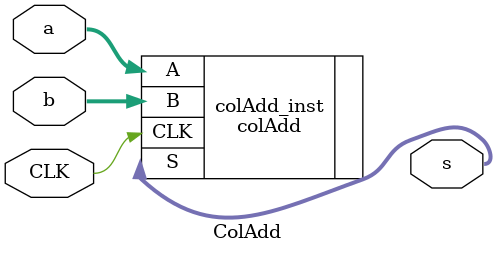
<source format=v>

`timescale 1ns/1ps

module Tile (
  input               Weight_CE,
  input               Feature_CE,
  input      [7:0]    Weight_Array_0_0,
  input      [7:0]    Weight_Array_0_1,
  input      [7:0]    Weight_Array_0_2,
  input      [7:0]    Weight_Array_0_3,
  input      [7:0]    Weight_Array_0_4,
  input      [7:0]    Weight_Array_0_5,
  input      [7:0]    Weight_Array_0_6,
  input      [7:0]    Weight_Array_0_7,
  input      [7:0]    Weight_Array_0_8,
  input      [7:0]    Weight_Array_1_0,
  input      [7:0]    Weight_Array_1_1,
  input      [7:0]    Weight_Array_1_2,
  input      [7:0]    Weight_Array_1_3,
  input      [7:0]    Weight_Array_1_4,
  input      [7:0]    Weight_Array_1_5,
  input      [7:0]    Weight_Array_1_6,
  input      [7:0]    Weight_Array_1_7,
  input      [7:0]    Weight_Array_1_8,
  input      [7:0]    Weight_Array_2_0,
  input      [7:0]    Weight_Array_2_1,
  input      [7:0]    Weight_Array_2_2,
  input      [7:0]    Weight_Array_2_3,
  input      [7:0]    Weight_Array_2_4,
  input      [7:0]    Weight_Array_2_5,
  input      [7:0]    Weight_Array_2_6,
  input      [7:0]    Weight_Array_2_7,
  input      [7:0]    Weight_Array_2_8,
  input      [7:0]    Weight_Array_3_0,
  input      [7:0]    Weight_Array_3_1,
  input      [7:0]    Weight_Array_3_2,
  input      [7:0]    Weight_Array_3_3,
  input      [7:0]    Weight_Array_3_4,
  input      [7:0]    Weight_Array_3_5,
  input      [7:0]    Weight_Array_3_6,
  input      [7:0]    Weight_Array_3_7,
  input      [7:0]    Weight_Array_3_8,
  input      [7:0]    Weight_Array_4_0,
  input      [7:0]    Weight_Array_4_1,
  input      [7:0]    Weight_Array_4_2,
  input      [7:0]    Weight_Array_4_3,
  input      [7:0]    Weight_Array_4_4,
  input      [7:0]    Weight_Array_4_5,
  input      [7:0]    Weight_Array_4_6,
  input      [7:0]    Weight_Array_4_7,
  input      [7:0]    Weight_Array_4_8,
  input      [7:0]    Weight_Array_5_0,
  input      [7:0]    Weight_Array_5_1,
  input      [7:0]    Weight_Array_5_2,
  input      [7:0]    Weight_Array_5_3,
  input      [7:0]    Weight_Array_5_4,
  input      [7:0]    Weight_Array_5_5,
  input      [7:0]    Weight_Array_5_6,
  input      [7:0]    Weight_Array_5_7,
  input      [7:0]    Weight_Array_5_8,
  input      [7:0]    Weight_Array_6_0,
  input      [7:0]    Weight_Array_6_1,
  input      [7:0]    Weight_Array_6_2,
  input      [7:0]    Weight_Array_6_3,
  input      [7:0]    Weight_Array_6_4,
  input      [7:0]    Weight_Array_6_5,
  input      [7:0]    Weight_Array_6_6,
  input      [7:0]    Weight_Array_6_7,
  input      [7:0]    Weight_Array_6_8,
  input      [7:0]    Weight_Array_7_0,
  input      [7:0]    Weight_Array_7_1,
  input      [7:0]    Weight_Array_7_2,
  input      [7:0]    Weight_Array_7_3,
  input      [7:0]    Weight_Array_7_4,
  input      [7:0]    Weight_Array_7_5,
  input      [7:0]    Weight_Array_7_6,
  input      [7:0]    Weight_Array_7_7,
  input      [7:0]    Weight_Array_7_8,
  input      [7:0]    Feature_Array_0,
  input      [7:0]    Feature_Array_1,
  input      [7:0]    Feature_Array_2,
  input      [7:0]    Feature_Array_3,
  input      [7:0]    Feature_Array_4,
  input      [7:0]    Feature_Array_5,
  input      [7:0]    Feature_Array_6,
  input      [7:0]    Feature_Array_7,
  output              firstColWeightChange,
  input               clk,
  input               reset
);

  wire                pE_72_weight_CE;
  wire                pE_72_feature_CE;
  wire                pE_73_weight_CE;
  wire                pE_73_feature_CE;
  wire                pE_74_weight_CE;
  wire                pE_74_feature_CE;
  wire                pE_75_weight_CE;
  wire                pE_75_feature_CE;
  wire                pE_76_weight_CE;
  wire                pE_76_feature_CE;
  wire                pE_77_weight_CE;
  wire                pE_77_feature_CE;
  wire                pE_78_weight_CE;
  wire                pE_78_feature_CE;
  wire                pE_79_weight_CE;
  wire                pE_79_feature_CE;
  wire                pE_80_weight_CE;
  wire                pE_80_feature_CE;
  wire                pE_81_weight_CE;
  wire                pE_81_feature_CE;
  wire                pE_82_weight_CE;
  wire                pE_82_feature_CE;
  wire                pE_83_weight_CE;
  wire                pE_83_feature_CE;
  wire                pE_84_weight_CE;
  wire                pE_84_feature_CE;
  wire                pE_85_weight_CE;
  wire                pE_85_feature_CE;
  wire                pE_86_weight_CE;
  wire                pE_86_feature_CE;
  wire                pE_87_weight_CE;
  wire                pE_87_feature_CE;
  wire                pE_88_weight_CE;
  wire                pE_88_feature_CE;
  wire                pE_89_weight_CE;
  wire                pE_89_feature_CE;
  wire                pE_90_weight_CE;
  wire                pE_90_feature_CE;
  wire                pE_91_weight_CE;
  wire                pE_91_feature_CE;
  wire                pE_92_weight_CE;
  wire                pE_92_feature_CE;
  wire                pE_93_weight_CE;
  wire                pE_93_feature_CE;
  wire                pE_94_weight_CE;
  wire                pE_94_feature_CE;
  wire                pE_95_weight_CE;
  wire                pE_95_feature_CE;
  wire                pE_96_weight_CE;
  wire                pE_96_feature_CE;
  wire                pE_97_weight_CE;
  wire                pE_97_feature_CE;
  wire                pE_98_weight_CE;
  wire                pE_98_feature_CE;
  wire                pE_99_weight_CE;
  wire                pE_99_feature_CE;
  wire                pE_100_weight_CE;
  wire                pE_100_feature_CE;
  wire                pE_101_weight_CE;
  wire                pE_101_feature_CE;
  wire                pE_102_weight_CE;
  wire                pE_102_feature_CE;
  wire                pE_103_weight_CE;
  wire                pE_103_feature_CE;
  wire                pE_104_weight_CE;
  wire                pE_104_feature_CE;
  wire                pE_105_weight_CE;
  wire                pE_105_feature_CE;
  wire                pE_106_weight_CE;
  wire                pE_106_feature_CE;
  wire                pE_107_weight_CE;
  wire                pE_107_feature_CE;
  wire                pE_108_weight_CE;
  wire                pE_108_feature_CE;
  wire                pE_109_weight_CE;
  wire                pE_109_feature_CE;
  wire                pE_110_weight_CE;
  wire                pE_110_feature_CE;
  wire                pE_111_weight_CE;
  wire                pE_111_feature_CE;
  wire                pE_112_weight_CE;
  wire                pE_112_feature_CE;
  wire                pE_113_weight_CE;
  wire                pE_113_feature_CE;
  wire                pE_114_weight_CE;
  wire                pE_114_feature_CE;
  wire                pE_115_weight_CE;
  wire                pE_115_feature_CE;
  wire                pE_116_weight_CE;
  wire                pE_116_feature_CE;
  wire                pE_117_weight_CE;
  wire                pE_117_feature_CE;
  wire                pE_118_weight_CE;
  wire                pE_118_feature_CE;
  wire                pE_119_weight_CE;
  wire                pE_119_feature_CE;
  wire                pE_120_weight_CE;
  wire                pE_120_feature_CE;
  wire                pE_121_weight_CE;
  wire                pE_121_feature_CE;
  wire                pE_122_weight_CE;
  wire                pE_122_feature_CE;
  wire                pE_123_weight_CE;
  wire                pE_123_feature_CE;
  wire                pE_124_weight_CE;
  wire                pE_124_feature_CE;
  wire                pE_125_weight_CE;
  wire                pE_125_feature_CE;
  wire                pE_126_weight_CE;
  wire                pE_126_feature_CE;
  wire                pE_127_weight_CE;
  wire                pE_127_feature_CE;
  reg        [31:0]   colAdd_1_result_col_0;
  reg        [31:0]   colAdd_1_result_col_1;
  reg        [31:0]   colAdd_1_result_col_2;
  reg        [31:0]   colAdd_1_result_col_3;
  reg        [31:0]   colAdd_1_result_col_4;
  reg        [31:0]   colAdd_1_result_col_5;
  reg        [31:0]   colAdd_1_result_col_6;
  reg        [31:0]   colAdd_1_result_col_7;
  reg                 colAdd_1_startAdd;
  wire       [7:0]    pE_64_feature_out;
  wire       [31:0]   pE_64_result;
  wire                pE_64_computeDone;
  wire                pE_64_weightDone;
  wire       [7:0]    pE_65_feature_out;
  wire       [31:0]   pE_65_result;
  wire                pE_65_computeDone;
  wire                pE_65_weightDone;
  wire       [7:0]    pE_66_feature_out;
  wire       [31:0]   pE_66_result;
  wire                pE_66_computeDone;
  wire                pE_66_weightDone;
  wire       [7:0]    pE_67_feature_out;
  wire       [31:0]   pE_67_result;
  wire                pE_67_computeDone;
  wire                pE_67_weightDone;
  wire       [7:0]    pE_68_feature_out;
  wire       [31:0]   pE_68_result;
  wire                pE_68_computeDone;
  wire                pE_68_weightDone;
  wire       [7:0]    pE_69_feature_out;
  wire       [31:0]   pE_69_result;
  wire                pE_69_computeDone;
  wire                pE_69_weightDone;
  wire       [7:0]    pE_70_feature_out;
  wire       [31:0]   pE_70_result;
  wire                pE_70_computeDone;
  wire                pE_70_weightDone;
  wire       [7:0]    pE_71_feature_out;
  wire       [31:0]   pE_71_result;
  wire                pE_71_computeDone;
  wire                pE_71_weightDone;
  wire       [7:0]    pE_72_feature_out;
  wire       [31:0]   pE_72_result;
  wire                pE_72_computeDone;
  wire                pE_72_weightDone;
  wire       [7:0]    pE_73_feature_out;
  wire       [31:0]   pE_73_result;
  wire                pE_73_computeDone;
  wire                pE_73_weightDone;
  wire       [7:0]    pE_74_feature_out;
  wire       [31:0]   pE_74_result;
  wire                pE_74_computeDone;
  wire                pE_74_weightDone;
  wire       [7:0]    pE_75_feature_out;
  wire       [31:0]   pE_75_result;
  wire                pE_75_computeDone;
  wire                pE_75_weightDone;
  wire       [7:0]    pE_76_feature_out;
  wire       [31:0]   pE_76_result;
  wire                pE_76_computeDone;
  wire                pE_76_weightDone;
  wire       [7:0]    pE_77_feature_out;
  wire       [31:0]   pE_77_result;
  wire                pE_77_computeDone;
  wire                pE_77_weightDone;
  wire       [7:0]    pE_78_feature_out;
  wire       [31:0]   pE_78_result;
  wire                pE_78_computeDone;
  wire                pE_78_weightDone;
  wire       [7:0]    pE_79_feature_out;
  wire       [31:0]   pE_79_result;
  wire                pE_79_computeDone;
  wire                pE_79_weightDone;
  wire       [7:0]    pE_80_feature_out;
  wire       [31:0]   pE_80_result;
  wire                pE_80_computeDone;
  wire                pE_80_weightDone;
  wire       [7:0]    pE_81_feature_out;
  wire       [31:0]   pE_81_result;
  wire                pE_81_computeDone;
  wire                pE_81_weightDone;
  wire       [7:0]    pE_82_feature_out;
  wire       [31:0]   pE_82_result;
  wire                pE_82_computeDone;
  wire                pE_82_weightDone;
  wire       [7:0]    pE_83_feature_out;
  wire       [31:0]   pE_83_result;
  wire                pE_83_computeDone;
  wire                pE_83_weightDone;
  wire       [7:0]    pE_84_feature_out;
  wire       [31:0]   pE_84_result;
  wire                pE_84_computeDone;
  wire                pE_84_weightDone;
  wire       [7:0]    pE_85_feature_out;
  wire       [31:0]   pE_85_result;
  wire                pE_85_computeDone;
  wire                pE_85_weightDone;
  wire       [7:0]    pE_86_feature_out;
  wire       [31:0]   pE_86_result;
  wire                pE_86_computeDone;
  wire                pE_86_weightDone;
  wire       [7:0]    pE_87_feature_out;
  wire       [31:0]   pE_87_result;
  wire                pE_87_computeDone;
  wire                pE_87_weightDone;
  wire       [7:0]    pE_88_feature_out;
  wire       [31:0]   pE_88_result;
  wire                pE_88_computeDone;
  wire                pE_88_weightDone;
  wire       [7:0]    pE_89_feature_out;
  wire       [31:0]   pE_89_result;
  wire                pE_89_computeDone;
  wire                pE_89_weightDone;
  wire       [7:0]    pE_90_feature_out;
  wire       [31:0]   pE_90_result;
  wire                pE_90_computeDone;
  wire                pE_90_weightDone;
  wire       [7:0]    pE_91_feature_out;
  wire       [31:0]   pE_91_result;
  wire                pE_91_computeDone;
  wire                pE_91_weightDone;
  wire       [7:0]    pE_92_feature_out;
  wire       [31:0]   pE_92_result;
  wire                pE_92_computeDone;
  wire                pE_92_weightDone;
  wire       [7:0]    pE_93_feature_out;
  wire       [31:0]   pE_93_result;
  wire                pE_93_computeDone;
  wire                pE_93_weightDone;
  wire       [7:0]    pE_94_feature_out;
  wire       [31:0]   pE_94_result;
  wire                pE_94_computeDone;
  wire                pE_94_weightDone;
  wire       [7:0]    pE_95_feature_out;
  wire       [31:0]   pE_95_result;
  wire                pE_95_computeDone;
  wire                pE_95_weightDone;
  wire       [7:0]    pE_96_feature_out;
  wire       [31:0]   pE_96_result;
  wire                pE_96_computeDone;
  wire                pE_96_weightDone;
  wire       [7:0]    pE_97_feature_out;
  wire       [31:0]   pE_97_result;
  wire                pE_97_computeDone;
  wire                pE_97_weightDone;
  wire       [7:0]    pE_98_feature_out;
  wire       [31:0]   pE_98_result;
  wire                pE_98_computeDone;
  wire                pE_98_weightDone;
  wire       [7:0]    pE_99_feature_out;
  wire       [31:0]   pE_99_result;
  wire                pE_99_computeDone;
  wire                pE_99_weightDone;
  wire       [7:0]    pE_100_feature_out;
  wire       [31:0]   pE_100_result;
  wire                pE_100_computeDone;
  wire                pE_100_weightDone;
  wire       [7:0]    pE_101_feature_out;
  wire       [31:0]   pE_101_result;
  wire                pE_101_computeDone;
  wire                pE_101_weightDone;
  wire       [7:0]    pE_102_feature_out;
  wire       [31:0]   pE_102_result;
  wire                pE_102_computeDone;
  wire                pE_102_weightDone;
  wire       [7:0]    pE_103_feature_out;
  wire       [31:0]   pE_103_result;
  wire                pE_103_computeDone;
  wire                pE_103_weightDone;
  wire       [7:0]    pE_104_feature_out;
  wire       [31:0]   pE_104_result;
  wire                pE_104_computeDone;
  wire                pE_104_weightDone;
  wire       [7:0]    pE_105_feature_out;
  wire       [31:0]   pE_105_result;
  wire                pE_105_computeDone;
  wire                pE_105_weightDone;
  wire       [7:0]    pE_106_feature_out;
  wire       [31:0]   pE_106_result;
  wire                pE_106_computeDone;
  wire                pE_106_weightDone;
  wire       [7:0]    pE_107_feature_out;
  wire       [31:0]   pE_107_result;
  wire                pE_107_computeDone;
  wire                pE_107_weightDone;
  wire       [7:0]    pE_108_feature_out;
  wire       [31:0]   pE_108_result;
  wire                pE_108_computeDone;
  wire                pE_108_weightDone;
  wire       [7:0]    pE_109_feature_out;
  wire       [31:0]   pE_109_result;
  wire                pE_109_computeDone;
  wire                pE_109_weightDone;
  wire       [7:0]    pE_110_feature_out;
  wire       [31:0]   pE_110_result;
  wire                pE_110_computeDone;
  wire                pE_110_weightDone;
  wire       [7:0]    pE_111_feature_out;
  wire       [31:0]   pE_111_result;
  wire                pE_111_computeDone;
  wire                pE_111_weightDone;
  wire       [7:0]    pE_112_feature_out;
  wire       [31:0]   pE_112_result;
  wire                pE_112_computeDone;
  wire                pE_112_weightDone;
  wire       [7:0]    pE_113_feature_out;
  wire       [31:0]   pE_113_result;
  wire                pE_113_computeDone;
  wire                pE_113_weightDone;
  wire       [7:0]    pE_114_feature_out;
  wire       [31:0]   pE_114_result;
  wire                pE_114_computeDone;
  wire                pE_114_weightDone;
  wire       [7:0]    pE_115_feature_out;
  wire       [31:0]   pE_115_result;
  wire                pE_115_computeDone;
  wire                pE_115_weightDone;
  wire       [7:0]    pE_116_feature_out;
  wire       [31:0]   pE_116_result;
  wire                pE_116_computeDone;
  wire                pE_116_weightDone;
  wire       [7:0]    pE_117_feature_out;
  wire       [31:0]   pE_117_result;
  wire                pE_117_computeDone;
  wire                pE_117_weightDone;
  wire       [7:0]    pE_118_feature_out;
  wire       [31:0]   pE_118_result;
  wire                pE_118_computeDone;
  wire                pE_118_weightDone;
  wire       [7:0]    pE_119_feature_out;
  wire       [31:0]   pE_119_result;
  wire                pE_119_computeDone;
  wire                pE_119_weightDone;
  wire       [7:0]    pE_120_feature_out;
  wire       [31:0]   pE_120_result;
  wire                pE_120_computeDone;
  wire                pE_120_weightDone;
  wire       [7:0]    pE_121_feature_out;
  wire       [31:0]   pE_121_result;
  wire                pE_121_computeDone;
  wire                pE_121_weightDone;
  wire       [7:0]    pE_122_feature_out;
  wire       [31:0]   pE_122_result;
  wire                pE_122_computeDone;
  wire                pE_122_weightDone;
  wire       [7:0]    pE_123_feature_out;
  wire       [31:0]   pE_123_result;
  wire                pE_123_computeDone;
  wire                pE_123_weightDone;
  wire       [7:0]    pE_124_feature_out;
  wire       [31:0]   pE_124_result;
  wire                pE_124_computeDone;
  wire                pE_124_weightDone;
  wire       [7:0]    pE_125_feature_out;
  wire       [31:0]   pE_125_result;
  wire                pE_125_computeDone;
  wire                pE_125_weightDone;
  wire       [7:0]    pE_126_feature_out;
  wire       [31:0]   pE_126_result;
  wire                pE_126_computeDone;
  wire                pE_126_weightDone;
  wire       [7:0]    pE_127_feature_out;
  wire       [31:0]   pE_127_result;
  wire                pE_127_computeDone;
  wire                pE_127_weightDone;
  wire       [31:0]   colAdd_1_colAddResult;
  wire                colAdd_1_colAddResult_Valid;
  reg        [6:0]    Weight_CE_c;
  reg        [6:0]    Feature_CE_c;
  wire       [7:0]    Feature_cas_0_0;
  wire       [7:0]    Feature_cas_0_1;
  wire       [7:0]    Feature_cas_0_2;
  wire       [7:0]    Feature_cas_0_3;
  wire       [7:0]    Feature_cas_0_4;
  wire       [7:0]    Feature_cas_0_5;
  wire       [7:0]    Feature_cas_0_6;
  wire       [7:0]    Feature_cas_0_7;
  wire       [7:0]    Feature_cas_1_0;
  wire       [7:0]    Feature_cas_1_1;
  wire       [7:0]    Feature_cas_1_2;
  wire       [7:0]    Feature_cas_1_3;
  wire       [7:0]    Feature_cas_1_4;
  wire       [7:0]    Feature_cas_1_5;
  wire       [7:0]    Feature_cas_1_6;
  wire       [7:0]    Feature_cas_1_7;
  wire       [7:0]    Feature_cas_2_0;
  wire       [7:0]    Feature_cas_2_1;
  wire       [7:0]    Feature_cas_2_2;
  wire       [7:0]    Feature_cas_2_3;
  wire       [7:0]    Feature_cas_2_4;
  wire       [7:0]    Feature_cas_2_5;
  wire       [7:0]    Feature_cas_2_6;
  wire       [7:0]    Feature_cas_2_7;
  wire       [7:0]    Feature_cas_3_0;
  wire       [7:0]    Feature_cas_3_1;
  wire       [7:0]    Feature_cas_3_2;
  wire       [7:0]    Feature_cas_3_3;
  wire       [7:0]    Feature_cas_3_4;
  wire       [7:0]    Feature_cas_3_5;
  wire       [7:0]    Feature_cas_3_6;
  wire       [7:0]    Feature_cas_3_7;
  wire       [7:0]    Feature_cas_4_0;
  wire       [7:0]    Feature_cas_4_1;
  wire       [7:0]    Feature_cas_4_2;
  wire       [7:0]    Feature_cas_4_3;
  wire       [7:0]    Feature_cas_4_4;
  wire       [7:0]    Feature_cas_4_5;
  wire       [7:0]    Feature_cas_4_6;
  wire       [7:0]    Feature_cas_4_7;
  wire       [7:0]    Feature_cas_5_0;
  wire       [7:0]    Feature_cas_5_1;
  wire       [7:0]    Feature_cas_5_2;
  wire       [7:0]    Feature_cas_5_3;
  wire       [7:0]    Feature_cas_5_4;
  wire       [7:0]    Feature_cas_5_5;
  wire       [7:0]    Feature_cas_5_6;
  wire       [7:0]    Feature_cas_5_7;
  wire       [7:0]    Feature_cas_6_0;
  wire       [7:0]    Feature_cas_6_1;
  wire       [7:0]    Feature_cas_6_2;
  wire       [7:0]    Feature_cas_6_3;
  wire       [7:0]    Feature_cas_6_4;
  wire       [7:0]    Feature_cas_6_5;
  wire       [7:0]    Feature_cas_6_6;
  wire       [7:0]    Feature_cas_6_7;
  wire       [7:0]    Feature_cas_7_0;
  wire       [7:0]    Feature_cas_7_1;
  wire       [7:0]    Feature_cas_7_2;
  wire       [7:0]    Feature_cas_7_3;
  wire       [7:0]    Feature_cas_7_4;
  wire       [7:0]    Feature_cas_7_5;
  wire       [7:0]    Feature_cas_7_6;
  wire       [7:0]    Feature_cas_7_7;
  wire       [31:0]   result_c_0_0;
  wire       [31:0]   result_c_0_1;
  wire       [31:0]   result_c_0_2;
  wire       [31:0]   result_c_0_3;
  wire       [31:0]   result_c_0_4;
  wire       [31:0]   result_c_0_5;
  wire       [31:0]   result_c_0_6;
  wire       [31:0]   result_c_0_7;
  wire       [31:0]   result_c_1_0;
  wire       [31:0]   result_c_1_1;
  wire       [31:0]   result_c_1_2;
  wire       [31:0]   result_c_1_3;
  wire       [31:0]   result_c_1_4;
  wire       [31:0]   result_c_1_5;
  wire       [31:0]   result_c_1_6;
  wire       [31:0]   result_c_1_7;
  wire       [31:0]   result_c_2_0;
  wire       [31:0]   result_c_2_1;
  wire       [31:0]   result_c_2_2;
  wire       [31:0]   result_c_2_3;
  wire       [31:0]   result_c_2_4;
  wire       [31:0]   result_c_2_5;
  wire       [31:0]   result_c_2_6;
  wire       [31:0]   result_c_2_7;
  wire       [31:0]   result_c_3_0;
  wire       [31:0]   result_c_3_1;
  wire       [31:0]   result_c_3_2;
  wire       [31:0]   result_c_3_3;
  wire       [31:0]   result_c_3_4;
  wire       [31:0]   result_c_3_5;
  wire       [31:0]   result_c_3_6;
  wire       [31:0]   result_c_3_7;
  wire       [31:0]   result_c_4_0;
  wire       [31:0]   result_c_4_1;
  wire       [31:0]   result_c_4_2;
  wire       [31:0]   result_c_4_3;
  wire       [31:0]   result_c_4_4;
  wire       [31:0]   result_c_4_5;
  wire       [31:0]   result_c_4_6;
  wire       [31:0]   result_c_4_7;
  wire       [31:0]   result_c_5_0;
  wire       [31:0]   result_c_5_1;
  wire       [31:0]   result_c_5_2;
  wire       [31:0]   result_c_5_3;
  wire       [31:0]   result_c_5_4;
  wire       [31:0]   result_c_5_5;
  wire       [31:0]   result_c_5_6;
  wire       [31:0]   result_c_5_7;
  wire       [31:0]   result_c_6_0;
  wire       [31:0]   result_c_6_1;
  wire       [31:0]   result_c_6_2;
  wire       [31:0]   result_c_6_3;
  wire       [31:0]   result_c_6_4;
  wire       [31:0]   result_c_6_5;
  wire       [31:0]   result_c_6_6;
  wire       [31:0]   result_c_6_7;
  wire       [31:0]   result_c_7_0;
  wire       [31:0]   result_c_7_1;
  wire       [31:0]   result_c_7_2;
  wire       [31:0]   result_c_7_3;
  wire       [31:0]   result_c_7_4;
  wire       [31:0]   result_c_7_5;
  wire       [31:0]   result_c_7_6;
  wire       [31:0]   result_c_7_7;
  reg        [7:0]    computeDone_C;
  wire       [31:0]   colAddResult;
  wire                colAddResult_Valid;

  PE pE_64 (
    .weight_CE   (Weight_CE             ), //i
    .feature_CE  (Feature_CE            ), //i
    .weight_0    (Weight_Array_0_0[7:0] ), //i
    .weight_1    (Weight_Array_0_1[7:0] ), //i
    .weight_2    (Weight_Array_0_2[7:0] ), //i
    .weight_3    (Weight_Array_0_3[7:0] ), //i
    .weight_4    (Weight_Array_0_4[7:0] ), //i
    .weight_5    (Weight_Array_0_5[7:0] ), //i
    .weight_6    (Weight_Array_0_6[7:0] ), //i
    .weight_7    (Weight_Array_0_7[7:0] ), //i
    .weight_8    (Weight_Array_0_8[7:0] ), //i
    .feature     (Feature_Array_0[7:0]  ), //i
    .feature_out (pE_64_feature_out[7:0]), //o
    .result      (pE_64_result[31:0]    ), //o
    .computeDone (pE_64_computeDone     ), //o
    .weightDone  (pE_64_weightDone      ), //o
    .clk         (clk                   ), //i
    .reset       (reset                 )  //i
  );
  PE pE_65 (
    .weight_CE   (Weight_CE             ), //i
    .feature_CE  (Feature_CE            ), //i
    .weight_0    (Weight_Array_1_0[7:0] ), //i
    .weight_1    (Weight_Array_1_1[7:0] ), //i
    .weight_2    (Weight_Array_1_2[7:0] ), //i
    .weight_3    (Weight_Array_1_3[7:0] ), //i
    .weight_4    (Weight_Array_1_4[7:0] ), //i
    .weight_5    (Weight_Array_1_5[7:0] ), //i
    .weight_6    (Weight_Array_1_6[7:0] ), //i
    .weight_7    (Weight_Array_1_7[7:0] ), //i
    .weight_8    (Weight_Array_1_8[7:0] ), //i
    .feature     (Feature_Array_1[7:0]  ), //i
    .feature_out (pE_65_feature_out[7:0]), //o
    .result      (pE_65_result[31:0]    ), //o
    .computeDone (pE_65_computeDone     ), //o
    .weightDone  (pE_65_weightDone      ), //o
    .clk         (clk                   ), //i
    .reset       (reset                 )  //i
  );
  PE pE_66 (
    .weight_CE   (Weight_CE             ), //i
    .feature_CE  (Feature_CE            ), //i
    .weight_0    (Weight_Array_2_0[7:0] ), //i
    .weight_1    (Weight_Array_2_1[7:0] ), //i
    .weight_2    (Weight_Array_2_2[7:0] ), //i
    .weight_3    (Weight_Array_2_3[7:0] ), //i
    .weight_4    (Weight_Array_2_4[7:0] ), //i
    .weight_5    (Weight_Array_2_5[7:0] ), //i
    .weight_6    (Weight_Array_2_6[7:0] ), //i
    .weight_7    (Weight_Array_2_7[7:0] ), //i
    .weight_8    (Weight_Array_2_8[7:0] ), //i
    .feature     (Feature_Array_2[7:0]  ), //i
    .feature_out (pE_66_feature_out[7:0]), //o
    .result      (pE_66_result[31:0]    ), //o
    .computeDone (pE_66_computeDone     ), //o
    .weightDone  (pE_66_weightDone      ), //o
    .clk         (clk                   ), //i
    .reset       (reset                 )  //i
  );
  PE pE_67 (
    .weight_CE   (Weight_CE             ), //i
    .feature_CE  (Feature_CE            ), //i
    .weight_0    (Weight_Array_3_0[7:0] ), //i
    .weight_1    (Weight_Array_3_1[7:0] ), //i
    .weight_2    (Weight_Array_3_2[7:0] ), //i
    .weight_3    (Weight_Array_3_3[7:0] ), //i
    .weight_4    (Weight_Array_3_4[7:0] ), //i
    .weight_5    (Weight_Array_3_5[7:0] ), //i
    .weight_6    (Weight_Array_3_6[7:0] ), //i
    .weight_7    (Weight_Array_3_7[7:0] ), //i
    .weight_8    (Weight_Array_3_8[7:0] ), //i
    .feature     (Feature_Array_3[7:0]  ), //i
    .feature_out (pE_67_feature_out[7:0]), //o
    .result      (pE_67_result[31:0]    ), //o
    .computeDone (pE_67_computeDone     ), //o
    .weightDone  (pE_67_weightDone      ), //o
    .clk         (clk                   ), //i
    .reset       (reset                 )  //i
  );
  PE pE_68 (
    .weight_CE   (Weight_CE             ), //i
    .feature_CE  (Feature_CE            ), //i
    .weight_0    (Weight_Array_4_0[7:0] ), //i
    .weight_1    (Weight_Array_4_1[7:0] ), //i
    .weight_2    (Weight_Array_4_2[7:0] ), //i
    .weight_3    (Weight_Array_4_3[7:0] ), //i
    .weight_4    (Weight_Array_4_4[7:0] ), //i
    .weight_5    (Weight_Array_4_5[7:0] ), //i
    .weight_6    (Weight_Array_4_6[7:0] ), //i
    .weight_7    (Weight_Array_4_7[7:0] ), //i
    .weight_8    (Weight_Array_4_8[7:0] ), //i
    .feature     (Feature_Array_4[7:0]  ), //i
    .feature_out (pE_68_feature_out[7:0]), //o
    .result      (pE_68_result[31:0]    ), //o
    .computeDone (pE_68_computeDone     ), //o
    .weightDone  (pE_68_weightDone      ), //o
    .clk         (clk                   ), //i
    .reset       (reset                 )  //i
  );
  PE pE_69 (
    .weight_CE   (Weight_CE             ), //i
    .feature_CE  (Feature_CE            ), //i
    .weight_0    (Weight_Array_5_0[7:0] ), //i
    .weight_1    (Weight_Array_5_1[7:0] ), //i
    .weight_2    (Weight_Array_5_2[7:0] ), //i
    .weight_3    (Weight_Array_5_3[7:0] ), //i
    .weight_4    (Weight_Array_5_4[7:0] ), //i
    .weight_5    (Weight_Array_5_5[7:0] ), //i
    .weight_6    (Weight_Array_5_6[7:0] ), //i
    .weight_7    (Weight_Array_5_7[7:0] ), //i
    .weight_8    (Weight_Array_5_8[7:0] ), //i
    .feature     (Feature_Array_5[7:0]  ), //i
    .feature_out (pE_69_feature_out[7:0]), //o
    .result      (pE_69_result[31:0]    ), //o
    .computeDone (pE_69_computeDone     ), //o
    .weightDone  (pE_69_weightDone      ), //o
    .clk         (clk                   ), //i
    .reset       (reset                 )  //i
  );
  PE pE_70 (
    .weight_CE   (Weight_CE             ), //i
    .feature_CE  (Feature_CE            ), //i
    .weight_0    (Weight_Array_6_0[7:0] ), //i
    .weight_1    (Weight_Array_6_1[7:0] ), //i
    .weight_2    (Weight_Array_6_2[7:0] ), //i
    .weight_3    (Weight_Array_6_3[7:0] ), //i
    .weight_4    (Weight_Array_6_4[7:0] ), //i
    .weight_5    (Weight_Array_6_5[7:0] ), //i
    .weight_6    (Weight_Array_6_6[7:0] ), //i
    .weight_7    (Weight_Array_6_7[7:0] ), //i
    .weight_8    (Weight_Array_6_8[7:0] ), //i
    .feature     (Feature_Array_6[7:0]  ), //i
    .feature_out (pE_70_feature_out[7:0]), //o
    .result      (pE_70_result[31:0]    ), //o
    .computeDone (pE_70_computeDone     ), //o
    .weightDone  (pE_70_weightDone      ), //o
    .clk         (clk                   ), //i
    .reset       (reset                 )  //i
  );
  PE pE_71 (
    .weight_CE   (Weight_CE             ), //i
    .feature_CE  (Feature_CE            ), //i
    .weight_0    (Weight_Array_7_0[7:0] ), //i
    .weight_1    (Weight_Array_7_1[7:0] ), //i
    .weight_2    (Weight_Array_7_2[7:0] ), //i
    .weight_3    (Weight_Array_7_3[7:0] ), //i
    .weight_4    (Weight_Array_7_4[7:0] ), //i
    .weight_5    (Weight_Array_7_5[7:0] ), //i
    .weight_6    (Weight_Array_7_6[7:0] ), //i
    .weight_7    (Weight_Array_7_7[7:0] ), //i
    .weight_8    (Weight_Array_7_8[7:0] ), //i
    .feature     (Feature_Array_7[7:0]  ), //i
    .feature_out (pE_71_feature_out[7:0]), //o
    .result      (pE_71_result[31:0]    ), //o
    .computeDone (pE_71_computeDone     ), //o
    .weightDone  (pE_71_weightDone      ), //o
    .clk         (clk                   ), //i
    .reset       (reset                 )  //i
  );
  PE pE_72 (
    .weight_CE   (pE_72_weight_CE       ), //i
    .feature_CE  (pE_72_feature_CE      ), //i
    .weight_0    (Weight_Array_0_0[7:0] ), //i
    .weight_1    (Weight_Array_0_1[7:0] ), //i
    .weight_2    (Weight_Array_0_2[7:0] ), //i
    .weight_3    (Weight_Array_0_3[7:0] ), //i
    .weight_4    (Weight_Array_0_4[7:0] ), //i
    .weight_5    (Weight_Array_0_5[7:0] ), //i
    .weight_6    (Weight_Array_0_6[7:0] ), //i
    .weight_7    (Weight_Array_0_7[7:0] ), //i
    .weight_8    (Weight_Array_0_8[7:0] ), //i
    .feature     (Feature_cas_0_0[7:0]  ), //i
    .feature_out (pE_72_feature_out[7:0]), //o
    .result      (pE_72_result[31:0]    ), //o
    .computeDone (pE_72_computeDone     ), //o
    .weightDone  (pE_72_weightDone      ), //o
    .clk         (clk                   ), //i
    .reset       (reset                 )  //i
  );
  PE pE_73 (
    .weight_CE   (pE_73_weight_CE       ), //i
    .feature_CE  (pE_73_feature_CE      ), //i
    .weight_0    (Weight_Array_0_0[7:0] ), //i
    .weight_1    (Weight_Array_0_1[7:0] ), //i
    .weight_2    (Weight_Array_0_2[7:0] ), //i
    .weight_3    (Weight_Array_0_3[7:0] ), //i
    .weight_4    (Weight_Array_0_4[7:0] ), //i
    .weight_5    (Weight_Array_0_5[7:0] ), //i
    .weight_6    (Weight_Array_0_6[7:0] ), //i
    .weight_7    (Weight_Array_0_7[7:0] ), //i
    .weight_8    (Weight_Array_0_8[7:0] ), //i
    .feature     (Feature_cas_0_1[7:0]  ), //i
    .feature_out (pE_73_feature_out[7:0]), //o
    .result      (pE_73_result[31:0]    ), //o
    .computeDone (pE_73_computeDone     ), //o
    .weightDone  (pE_73_weightDone      ), //o
    .clk         (clk                   ), //i
    .reset       (reset                 )  //i
  );
  PE pE_74 (
    .weight_CE   (pE_74_weight_CE       ), //i
    .feature_CE  (pE_74_feature_CE      ), //i
    .weight_0    (Weight_Array_0_0[7:0] ), //i
    .weight_1    (Weight_Array_0_1[7:0] ), //i
    .weight_2    (Weight_Array_0_2[7:0] ), //i
    .weight_3    (Weight_Array_0_3[7:0] ), //i
    .weight_4    (Weight_Array_0_4[7:0] ), //i
    .weight_5    (Weight_Array_0_5[7:0] ), //i
    .weight_6    (Weight_Array_0_6[7:0] ), //i
    .weight_7    (Weight_Array_0_7[7:0] ), //i
    .weight_8    (Weight_Array_0_8[7:0] ), //i
    .feature     (Feature_cas_0_2[7:0]  ), //i
    .feature_out (pE_74_feature_out[7:0]), //o
    .result      (pE_74_result[31:0]    ), //o
    .computeDone (pE_74_computeDone     ), //o
    .weightDone  (pE_74_weightDone      ), //o
    .clk         (clk                   ), //i
    .reset       (reset                 )  //i
  );
  PE pE_75 (
    .weight_CE   (pE_75_weight_CE       ), //i
    .feature_CE  (pE_75_feature_CE      ), //i
    .weight_0    (Weight_Array_0_0[7:0] ), //i
    .weight_1    (Weight_Array_0_1[7:0] ), //i
    .weight_2    (Weight_Array_0_2[7:0] ), //i
    .weight_3    (Weight_Array_0_3[7:0] ), //i
    .weight_4    (Weight_Array_0_4[7:0] ), //i
    .weight_5    (Weight_Array_0_5[7:0] ), //i
    .weight_6    (Weight_Array_0_6[7:0] ), //i
    .weight_7    (Weight_Array_0_7[7:0] ), //i
    .weight_8    (Weight_Array_0_8[7:0] ), //i
    .feature     (Feature_cas_0_3[7:0]  ), //i
    .feature_out (pE_75_feature_out[7:0]), //o
    .result      (pE_75_result[31:0]    ), //o
    .computeDone (pE_75_computeDone     ), //o
    .weightDone  (pE_75_weightDone      ), //o
    .clk         (clk                   ), //i
    .reset       (reset                 )  //i
  );
  PE pE_76 (
    .weight_CE   (pE_76_weight_CE       ), //i
    .feature_CE  (pE_76_feature_CE      ), //i
    .weight_0    (Weight_Array_0_0[7:0] ), //i
    .weight_1    (Weight_Array_0_1[7:0] ), //i
    .weight_2    (Weight_Array_0_2[7:0] ), //i
    .weight_3    (Weight_Array_0_3[7:0] ), //i
    .weight_4    (Weight_Array_0_4[7:0] ), //i
    .weight_5    (Weight_Array_0_5[7:0] ), //i
    .weight_6    (Weight_Array_0_6[7:0] ), //i
    .weight_7    (Weight_Array_0_7[7:0] ), //i
    .weight_8    (Weight_Array_0_8[7:0] ), //i
    .feature     (Feature_cas_0_4[7:0]  ), //i
    .feature_out (pE_76_feature_out[7:0]), //o
    .result      (pE_76_result[31:0]    ), //o
    .computeDone (pE_76_computeDone     ), //o
    .weightDone  (pE_76_weightDone      ), //o
    .clk         (clk                   ), //i
    .reset       (reset                 )  //i
  );
  PE pE_77 (
    .weight_CE   (pE_77_weight_CE       ), //i
    .feature_CE  (pE_77_feature_CE      ), //i
    .weight_0    (Weight_Array_0_0[7:0] ), //i
    .weight_1    (Weight_Array_0_1[7:0] ), //i
    .weight_2    (Weight_Array_0_2[7:0] ), //i
    .weight_3    (Weight_Array_0_3[7:0] ), //i
    .weight_4    (Weight_Array_0_4[7:0] ), //i
    .weight_5    (Weight_Array_0_5[7:0] ), //i
    .weight_6    (Weight_Array_0_6[7:0] ), //i
    .weight_7    (Weight_Array_0_7[7:0] ), //i
    .weight_8    (Weight_Array_0_8[7:0] ), //i
    .feature     (Feature_cas_0_5[7:0]  ), //i
    .feature_out (pE_77_feature_out[7:0]), //o
    .result      (pE_77_result[31:0]    ), //o
    .computeDone (pE_77_computeDone     ), //o
    .weightDone  (pE_77_weightDone      ), //o
    .clk         (clk                   ), //i
    .reset       (reset                 )  //i
  );
  PE pE_78 (
    .weight_CE   (pE_78_weight_CE       ), //i
    .feature_CE  (pE_78_feature_CE      ), //i
    .weight_0    (Weight_Array_0_0[7:0] ), //i
    .weight_1    (Weight_Array_0_1[7:0] ), //i
    .weight_2    (Weight_Array_0_2[7:0] ), //i
    .weight_3    (Weight_Array_0_3[7:0] ), //i
    .weight_4    (Weight_Array_0_4[7:0] ), //i
    .weight_5    (Weight_Array_0_5[7:0] ), //i
    .weight_6    (Weight_Array_0_6[7:0] ), //i
    .weight_7    (Weight_Array_0_7[7:0] ), //i
    .weight_8    (Weight_Array_0_8[7:0] ), //i
    .feature     (Feature_cas_0_6[7:0]  ), //i
    .feature_out (pE_78_feature_out[7:0]), //o
    .result      (pE_78_result[31:0]    ), //o
    .computeDone (pE_78_computeDone     ), //o
    .weightDone  (pE_78_weightDone      ), //o
    .clk         (clk                   ), //i
    .reset       (reset                 )  //i
  );
  PE pE_79 (
    .weight_CE   (pE_79_weight_CE       ), //i
    .feature_CE  (pE_79_feature_CE      ), //i
    .weight_0    (Weight_Array_1_0[7:0] ), //i
    .weight_1    (Weight_Array_1_1[7:0] ), //i
    .weight_2    (Weight_Array_1_2[7:0] ), //i
    .weight_3    (Weight_Array_1_3[7:0] ), //i
    .weight_4    (Weight_Array_1_4[7:0] ), //i
    .weight_5    (Weight_Array_1_5[7:0] ), //i
    .weight_6    (Weight_Array_1_6[7:0] ), //i
    .weight_7    (Weight_Array_1_7[7:0] ), //i
    .weight_8    (Weight_Array_1_8[7:0] ), //i
    .feature     (Feature_cas_1_0[7:0]  ), //i
    .feature_out (pE_79_feature_out[7:0]), //o
    .result      (pE_79_result[31:0]    ), //o
    .computeDone (pE_79_computeDone     ), //o
    .weightDone  (pE_79_weightDone      ), //o
    .clk         (clk                   ), //i
    .reset       (reset                 )  //i
  );
  PE pE_80 (
    .weight_CE   (pE_80_weight_CE       ), //i
    .feature_CE  (pE_80_feature_CE      ), //i
    .weight_0    (Weight_Array_1_0[7:0] ), //i
    .weight_1    (Weight_Array_1_1[7:0] ), //i
    .weight_2    (Weight_Array_1_2[7:0] ), //i
    .weight_3    (Weight_Array_1_3[7:0] ), //i
    .weight_4    (Weight_Array_1_4[7:0] ), //i
    .weight_5    (Weight_Array_1_5[7:0] ), //i
    .weight_6    (Weight_Array_1_6[7:0] ), //i
    .weight_7    (Weight_Array_1_7[7:0] ), //i
    .weight_8    (Weight_Array_1_8[7:0] ), //i
    .feature     (Feature_cas_1_1[7:0]  ), //i
    .feature_out (pE_80_feature_out[7:0]), //o
    .result      (pE_80_result[31:0]    ), //o
    .computeDone (pE_80_computeDone     ), //o
    .weightDone  (pE_80_weightDone      ), //o
    .clk         (clk                   ), //i
    .reset       (reset                 )  //i
  );
  PE pE_81 (
    .weight_CE   (pE_81_weight_CE       ), //i
    .feature_CE  (pE_81_feature_CE      ), //i
    .weight_0    (Weight_Array_1_0[7:0] ), //i
    .weight_1    (Weight_Array_1_1[7:0] ), //i
    .weight_2    (Weight_Array_1_2[7:0] ), //i
    .weight_3    (Weight_Array_1_3[7:0] ), //i
    .weight_4    (Weight_Array_1_4[7:0] ), //i
    .weight_5    (Weight_Array_1_5[7:0] ), //i
    .weight_6    (Weight_Array_1_6[7:0] ), //i
    .weight_7    (Weight_Array_1_7[7:0] ), //i
    .weight_8    (Weight_Array_1_8[7:0] ), //i
    .feature     (Feature_cas_1_2[7:0]  ), //i
    .feature_out (pE_81_feature_out[7:0]), //o
    .result      (pE_81_result[31:0]    ), //o
    .computeDone (pE_81_computeDone     ), //o
    .weightDone  (pE_81_weightDone      ), //o
    .clk         (clk                   ), //i
    .reset       (reset                 )  //i
  );
  PE pE_82 (
    .weight_CE   (pE_82_weight_CE       ), //i
    .feature_CE  (pE_82_feature_CE      ), //i
    .weight_0    (Weight_Array_1_0[7:0] ), //i
    .weight_1    (Weight_Array_1_1[7:0] ), //i
    .weight_2    (Weight_Array_1_2[7:0] ), //i
    .weight_3    (Weight_Array_1_3[7:0] ), //i
    .weight_4    (Weight_Array_1_4[7:0] ), //i
    .weight_5    (Weight_Array_1_5[7:0] ), //i
    .weight_6    (Weight_Array_1_6[7:0] ), //i
    .weight_7    (Weight_Array_1_7[7:0] ), //i
    .weight_8    (Weight_Array_1_8[7:0] ), //i
    .feature     (Feature_cas_1_3[7:0]  ), //i
    .feature_out (pE_82_feature_out[7:0]), //o
    .result      (pE_82_result[31:0]    ), //o
    .computeDone (pE_82_computeDone     ), //o
    .weightDone  (pE_82_weightDone      ), //o
    .clk         (clk                   ), //i
    .reset       (reset                 )  //i
  );
  PE pE_83 (
    .weight_CE   (pE_83_weight_CE       ), //i
    .feature_CE  (pE_83_feature_CE      ), //i
    .weight_0    (Weight_Array_1_0[7:0] ), //i
    .weight_1    (Weight_Array_1_1[7:0] ), //i
    .weight_2    (Weight_Array_1_2[7:0] ), //i
    .weight_3    (Weight_Array_1_3[7:0] ), //i
    .weight_4    (Weight_Array_1_4[7:0] ), //i
    .weight_5    (Weight_Array_1_5[7:0] ), //i
    .weight_6    (Weight_Array_1_6[7:0] ), //i
    .weight_7    (Weight_Array_1_7[7:0] ), //i
    .weight_8    (Weight_Array_1_8[7:0] ), //i
    .feature     (Feature_cas_1_4[7:0]  ), //i
    .feature_out (pE_83_feature_out[7:0]), //o
    .result      (pE_83_result[31:0]    ), //o
    .computeDone (pE_83_computeDone     ), //o
    .weightDone  (pE_83_weightDone      ), //o
    .clk         (clk                   ), //i
    .reset       (reset                 )  //i
  );
  PE pE_84 (
    .weight_CE   (pE_84_weight_CE       ), //i
    .feature_CE  (pE_84_feature_CE      ), //i
    .weight_0    (Weight_Array_1_0[7:0] ), //i
    .weight_1    (Weight_Array_1_1[7:0] ), //i
    .weight_2    (Weight_Array_1_2[7:0] ), //i
    .weight_3    (Weight_Array_1_3[7:0] ), //i
    .weight_4    (Weight_Array_1_4[7:0] ), //i
    .weight_5    (Weight_Array_1_5[7:0] ), //i
    .weight_6    (Weight_Array_1_6[7:0] ), //i
    .weight_7    (Weight_Array_1_7[7:0] ), //i
    .weight_8    (Weight_Array_1_8[7:0] ), //i
    .feature     (Feature_cas_1_5[7:0]  ), //i
    .feature_out (pE_84_feature_out[7:0]), //o
    .result      (pE_84_result[31:0]    ), //o
    .computeDone (pE_84_computeDone     ), //o
    .weightDone  (pE_84_weightDone      ), //o
    .clk         (clk                   ), //i
    .reset       (reset                 )  //i
  );
  PE pE_85 (
    .weight_CE   (pE_85_weight_CE       ), //i
    .feature_CE  (pE_85_feature_CE      ), //i
    .weight_0    (Weight_Array_1_0[7:0] ), //i
    .weight_1    (Weight_Array_1_1[7:0] ), //i
    .weight_2    (Weight_Array_1_2[7:0] ), //i
    .weight_3    (Weight_Array_1_3[7:0] ), //i
    .weight_4    (Weight_Array_1_4[7:0] ), //i
    .weight_5    (Weight_Array_1_5[7:0] ), //i
    .weight_6    (Weight_Array_1_6[7:0] ), //i
    .weight_7    (Weight_Array_1_7[7:0] ), //i
    .weight_8    (Weight_Array_1_8[7:0] ), //i
    .feature     (Feature_cas_1_6[7:0]  ), //i
    .feature_out (pE_85_feature_out[7:0]), //o
    .result      (pE_85_result[31:0]    ), //o
    .computeDone (pE_85_computeDone     ), //o
    .weightDone  (pE_85_weightDone      ), //o
    .clk         (clk                   ), //i
    .reset       (reset                 )  //i
  );
  PE pE_86 (
    .weight_CE   (pE_86_weight_CE       ), //i
    .feature_CE  (pE_86_feature_CE      ), //i
    .weight_0    (Weight_Array_2_0[7:0] ), //i
    .weight_1    (Weight_Array_2_1[7:0] ), //i
    .weight_2    (Weight_Array_2_2[7:0] ), //i
    .weight_3    (Weight_Array_2_3[7:0] ), //i
    .weight_4    (Weight_Array_2_4[7:0] ), //i
    .weight_5    (Weight_Array_2_5[7:0] ), //i
    .weight_6    (Weight_Array_2_6[7:0] ), //i
    .weight_7    (Weight_Array_2_7[7:0] ), //i
    .weight_8    (Weight_Array_2_8[7:0] ), //i
    .feature     (Feature_cas_2_0[7:0]  ), //i
    .feature_out (pE_86_feature_out[7:0]), //o
    .result      (pE_86_result[31:0]    ), //o
    .computeDone (pE_86_computeDone     ), //o
    .weightDone  (pE_86_weightDone      ), //o
    .clk         (clk                   ), //i
    .reset       (reset                 )  //i
  );
  PE pE_87 (
    .weight_CE   (pE_87_weight_CE       ), //i
    .feature_CE  (pE_87_feature_CE      ), //i
    .weight_0    (Weight_Array_2_0[7:0] ), //i
    .weight_1    (Weight_Array_2_1[7:0] ), //i
    .weight_2    (Weight_Array_2_2[7:0] ), //i
    .weight_3    (Weight_Array_2_3[7:0] ), //i
    .weight_4    (Weight_Array_2_4[7:0] ), //i
    .weight_5    (Weight_Array_2_5[7:0] ), //i
    .weight_6    (Weight_Array_2_6[7:0] ), //i
    .weight_7    (Weight_Array_2_7[7:0] ), //i
    .weight_8    (Weight_Array_2_8[7:0] ), //i
    .feature     (Feature_cas_2_1[7:0]  ), //i
    .feature_out (pE_87_feature_out[7:0]), //o
    .result      (pE_87_result[31:0]    ), //o
    .computeDone (pE_87_computeDone     ), //o
    .weightDone  (pE_87_weightDone      ), //o
    .clk         (clk                   ), //i
    .reset       (reset                 )  //i
  );
  PE pE_88 (
    .weight_CE   (pE_88_weight_CE       ), //i
    .feature_CE  (pE_88_feature_CE      ), //i
    .weight_0    (Weight_Array_2_0[7:0] ), //i
    .weight_1    (Weight_Array_2_1[7:0] ), //i
    .weight_2    (Weight_Array_2_2[7:0] ), //i
    .weight_3    (Weight_Array_2_3[7:0] ), //i
    .weight_4    (Weight_Array_2_4[7:0] ), //i
    .weight_5    (Weight_Array_2_5[7:0] ), //i
    .weight_6    (Weight_Array_2_6[7:0] ), //i
    .weight_7    (Weight_Array_2_7[7:0] ), //i
    .weight_8    (Weight_Array_2_8[7:0] ), //i
    .feature     (Feature_cas_2_2[7:0]  ), //i
    .feature_out (pE_88_feature_out[7:0]), //o
    .result      (pE_88_result[31:0]    ), //o
    .computeDone (pE_88_computeDone     ), //o
    .weightDone  (pE_88_weightDone      ), //o
    .clk         (clk                   ), //i
    .reset       (reset                 )  //i
  );
  PE pE_89 (
    .weight_CE   (pE_89_weight_CE       ), //i
    .feature_CE  (pE_89_feature_CE      ), //i
    .weight_0    (Weight_Array_2_0[7:0] ), //i
    .weight_1    (Weight_Array_2_1[7:0] ), //i
    .weight_2    (Weight_Array_2_2[7:0] ), //i
    .weight_3    (Weight_Array_2_3[7:0] ), //i
    .weight_4    (Weight_Array_2_4[7:0] ), //i
    .weight_5    (Weight_Array_2_5[7:0] ), //i
    .weight_6    (Weight_Array_2_6[7:0] ), //i
    .weight_7    (Weight_Array_2_7[7:0] ), //i
    .weight_8    (Weight_Array_2_8[7:0] ), //i
    .feature     (Feature_cas_2_3[7:0]  ), //i
    .feature_out (pE_89_feature_out[7:0]), //o
    .result      (pE_89_result[31:0]    ), //o
    .computeDone (pE_89_computeDone     ), //o
    .weightDone  (pE_89_weightDone      ), //o
    .clk         (clk                   ), //i
    .reset       (reset                 )  //i
  );
  PE pE_90 (
    .weight_CE   (pE_90_weight_CE       ), //i
    .feature_CE  (pE_90_feature_CE      ), //i
    .weight_0    (Weight_Array_2_0[7:0] ), //i
    .weight_1    (Weight_Array_2_1[7:0] ), //i
    .weight_2    (Weight_Array_2_2[7:0] ), //i
    .weight_3    (Weight_Array_2_3[7:0] ), //i
    .weight_4    (Weight_Array_2_4[7:0] ), //i
    .weight_5    (Weight_Array_2_5[7:0] ), //i
    .weight_6    (Weight_Array_2_6[7:0] ), //i
    .weight_7    (Weight_Array_2_7[7:0] ), //i
    .weight_8    (Weight_Array_2_8[7:0] ), //i
    .feature     (Feature_cas_2_4[7:0]  ), //i
    .feature_out (pE_90_feature_out[7:0]), //o
    .result      (pE_90_result[31:0]    ), //o
    .computeDone (pE_90_computeDone     ), //o
    .weightDone  (pE_90_weightDone      ), //o
    .clk         (clk                   ), //i
    .reset       (reset                 )  //i
  );
  PE pE_91 (
    .weight_CE   (pE_91_weight_CE       ), //i
    .feature_CE  (pE_91_feature_CE      ), //i
    .weight_0    (Weight_Array_2_0[7:0] ), //i
    .weight_1    (Weight_Array_2_1[7:0] ), //i
    .weight_2    (Weight_Array_2_2[7:0] ), //i
    .weight_3    (Weight_Array_2_3[7:0] ), //i
    .weight_4    (Weight_Array_2_4[7:0] ), //i
    .weight_5    (Weight_Array_2_5[7:0] ), //i
    .weight_6    (Weight_Array_2_6[7:0] ), //i
    .weight_7    (Weight_Array_2_7[7:0] ), //i
    .weight_8    (Weight_Array_2_8[7:0] ), //i
    .feature     (Feature_cas_2_5[7:0]  ), //i
    .feature_out (pE_91_feature_out[7:0]), //o
    .result      (pE_91_result[31:0]    ), //o
    .computeDone (pE_91_computeDone     ), //o
    .weightDone  (pE_91_weightDone      ), //o
    .clk         (clk                   ), //i
    .reset       (reset                 )  //i
  );
  PE pE_92 (
    .weight_CE   (pE_92_weight_CE       ), //i
    .feature_CE  (pE_92_feature_CE      ), //i
    .weight_0    (Weight_Array_2_0[7:0] ), //i
    .weight_1    (Weight_Array_2_1[7:0] ), //i
    .weight_2    (Weight_Array_2_2[7:0] ), //i
    .weight_3    (Weight_Array_2_3[7:0] ), //i
    .weight_4    (Weight_Array_2_4[7:0] ), //i
    .weight_5    (Weight_Array_2_5[7:0] ), //i
    .weight_6    (Weight_Array_2_6[7:0] ), //i
    .weight_7    (Weight_Array_2_7[7:0] ), //i
    .weight_8    (Weight_Array_2_8[7:0] ), //i
    .feature     (Feature_cas_2_6[7:0]  ), //i
    .feature_out (pE_92_feature_out[7:0]), //o
    .result      (pE_92_result[31:0]    ), //o
    .computeDone (pE_92_computeDone     ), //o
    .weightDone  (pE_92_weightDone      ), //o
    .clk         (clk                   ), //i
    .reset       (reset                 )  //i
  );
  PE pE_93 (
    .weight_CE   (pE_93_weight_CE       ), //i
    .feature_CE  (pE_93_feature_CE      ), //i
    .weight_0    (Weight_Array_3_0[7:0] ), //i
    .weight_1    (Weight_Array_3_1[7:0] ), //i
    .weight_2    (Weight_Array_3_2[7:0] ), //i
    .weight_3    (Weight_Array_3_3[7:0] ), //i
    .weight_4    (Weight_Array_3_4[7:0] ), //i
    .weight_5    (Weight_Array_3_5[7:0] ), //i
    .weight_6    (Weight_Array_3_6[7:0] ), //i
    .weight_7    (Weight_Array_3_7[7:0] ), //i
    .weight_8    (Weight_Array_3_8[7:0] ), //i
    .feature     (Feature_cas_3_0[7:0]  ), //i
    .feature_out (pE_93_feature_out[7:0]), //o
    .result      (pE_93_result[31:0]    ), //o
    .computeDone (pE_93_computeDone     ), //o
    .weightDone  (pE_93_weightDone      ), //o
    .clk         (clk                   ), //i
    .reset       (reset                 )  //i
  );
  PE pE_94 (
    .weight_CE   (pE_94_weight_CE       ), //i
    .feature_CE  (pE_94_feature_CE      ), //i
    .weight_0    (Weight_Array_3_0[7:0] ), //i
    .weight_1    (Weight_Array_3_1[7:0] ), //i
    .weight_2    (Weight_Array_3_2[7:0] ), //i
    .weight_3    (Weight_Array_3_3[7:0] ), //i
    .weight_4    (Weight_Array_3_4[7:0] ), //i
    .weight_5    (Weight_Array_3_5[7:0] ), //i
    .weight_6    (Weight_Array_3_6[7:0] ), //i
    .weight_7    (Weight_Array_3_7[7:0] ), //i
    .weight_8    (Weight_Array_3_8[7:0] ), //i
    .feature     (Feature_cas_3_1[7:0]  ), //i
    .feature_out (pE_94_feature_out[7:0]), //o
    .result      (pE_94_result[31:0]    ), //o
    .computeDone (pE_94_computeDone     ), //o
    .weightDone  (pE_94_weightDone      ), //o
    .clk         (clk                   ), //i
    .reset       (reset                 )  //i
  );
  PE pE_95 (
    .weight_CE   (pE_95_weight_CE       ), //i
    .feature_CE  (pE_95_feature_CE      ), //i
    .weight_0    (Weight_Array_3_0[7:0] ), //i
    .weight_1    (Weight_Array_3_1[7:0] ), //i
    .weight_2    (Weight_Array_3_2[7:0] ), //i
    .weight_3    (Weight_Array_3_3[7:0] ), //i
    .weight_4    (Weight_Array_3_4[7:0] ), //i
    .weight_5    (Weight_Array_3_5[7:0] ), //i
    .weight_6    (Weight_Array_3_6[7:0] ), //i
    .weight_7    (Weight_Array_3_7[7:0] ), //i
    .weight_8    (Weight_Array_3_8[7:0] ), //i
    .feature     (Feature_cas_3_2[7:0]  ), //i
    .feature_out (pE_95_feature_out[7:0]), //o
    .result      (pE_95_result[31:0]    ), //o
    .computeDone (pE_95_computeDone     ), //o
    .weightDone  (pE_95_weightDone      ), //o
    .clk         (clk                   ), //i
    .reset       (reset                 )  //i
  );
  PE pE_96 (
    .weight_CE   (pE_96_weight_CE       ), //i
    .feature_CE  (pE_96_feature_CE      ), //i
    .weight_0    (Weight_Array_3_0[7:0] ), //i
    .weight_1    (Weight_Array_3_1[7:0] ), //i
    .weight_2    (Weight_Array_3_2[7:0] ), //i
    .weight_3    (Weight_Array_3_3[7:0] ), //i
    .weight_4    (Weight_Array_3_4[7:0] ), //i
    .weight_5    (Weight_Array_3_5[7:0] ), //i
    .weight_6    (Weight_Array_3_6[7:0] ), //i
    .weight_7    (Weight_Array_3_7[7:0] ), //i
    .weight_8    (Weight_Array_3_8[7:0] ), //i
    .feature     (Feature_cas_3_3[7:0]  ), //i
    .feature_out (pE_96_feature_out[7:0]), //o
    .result      (pE_96_result[31:0]    ), //o
    .computeDone (pE_96_computeDone     ), //o
    .weightDone  (pE_96_weightDone      ), //o
    .clk         (clk                   ), //i
    .reset       (reset                 )  //i
  );
  PE pE_97 (
    .weight_CE   (pE_97_weight_CE       ), //i
    .feature_CE  (pE_97_feature_CE      ), //i
    .weight_0    (Weight_Array_3_0[7:0] ), //i
    .weight_1    (Weight_Array_3_1[7:0] ), //i
    .weight_2    (Weight_Array_3_2[7:0] ), //i
    .weight_3    (Weight_Array_3_3[7:0] ), //i
    .weight_4    (Weight_Array_3_4[7:0] ), //i
    .weight_5    (Weight_Array_3_5[7:0] ), //i
    .weight_6    (Weight_Array_3_6[7:0] ), //i
    .weight_7    (Weight_Array_3_7[7:0] ), //i
    .weight_8    (Weight_Array_3_8[7:0] ), //i
    .feature     (Feature_cas_3_4[7:0]  ), //i
    .feature_out (pE_97_feature_out[7:0]), //o
    .result      (pE_97_result[31:0]    ), //o
    .computeDone (pE_97_computeDone     ), //o
    .weightDone  (pE_97_weightDone      ), //o
    .clk         (clk                   ), //i
    .reset       (reset                 )  //i
  );
  PE pE_98 (
    .weight_CE   (pE_98_weight_CE       ), //i
    .feature_CE  (pE_98_feature_CE      ), //i
    .weight_0    (Weight_Array_3_0[7:0] ), //i
    .weight_1    (Weight_Array_3_1[7:0] ), //i
    .weight_2    (Weight_Array_3_2[7:0] ), //i
    .weight_3    (Weight_Array_3_3[7:0] ), //i
    .weight_4    (Weight_Array_3_4[7:0] ), //i
    .weight_5    (Weight_Array_3_5[7:0] ), //i
    .weight_6    (Weight_Array_3_6[7:0] ), //i
    .weight_7    (Weight_Array_3_7[7:0] ), //i
    .weight_8    (Weight_Array_3_8[7:0] ), //i
    .feature     (Feature_cas_3_5[7:0]  ), //i
    .feature_out (pE_98_feature_out[7:0]), //o
    .result      (pE_98_result[31:0]    ), //o
    .computeDone (pE_98_computeDone     ), //o
    .weightDone  (pE_98_weightDone      ), //o
    .clk         (clk                   ), //i
    .reset       (reset                 )  //i
  );
  PE pE_99 (
    .weight_CE   (pE_99_weight_CE       ), //i
    .feature_CE  (pE_99_feature_CE      ), //i
    .weight_0    (Weight_Array_3_0[7:0] ), //i
    .weight_1    (Weight_Array_3_1[7:0] ), //i
    .weight_2    (Weight_Array_3_2[7:0] ), //i
    .weight_3    (Weight_Array_3_3[7:0] ), //i
    .weight_4    (Weight_Array_3_4[7:0] ), //i
    .weight_5    (Weight_Array_3_5[7:0] ), //i
    .weight_6    (Weight_Array_3_6[7:0] ), //i
    .weight_7    (Weight_Array_3_7[7:0] ), //i
    .weight_8    (Weight_Array_3_8[7:0] ), //i
    .feature     (Feature_cas_3_6[7:0]  ), //i
    .feature_out (pE_99_feature_out[7:0]), //o
    .result      (pE_99_result[31:0]    ), //o
    .computeDone (pE_99_computeDone     ), //o
    .weightDone  (pE_99_weightDone      ), //o
    .clk         (clk                   ), //i
    .reset       (reset                 )  //i
  );
  PE pE_100 (
    .weight_CE   (pE_100_weight_CE       ), //i
    .feature_CE  (pE_100_feature_CE      ), //i
    .weight_0    (Weight_Array_4_0[7:0]  ), //i
    .weight_1    (Weight_Array_4_1[7:0]  ), //i
    .weight_2    (Weight_Array_4_2[7:0]  ), //i
    .weight_3    (Weight_Array_4_3[7:0]  ), //i
    .weight_4    (Weight_Array_4_4[7:0]  ), //i
    .weight_5    (Weight_Array_4_5[7:0]  ), //i
    .weight_6    (Weight_Array_4_6[7:0]  ), //i
    .weight_7    (Weight_Array_4_7[7:0]  ), //i
    .weight_8    (Weight_Array_4_8[7:0]  ), //i
    .feature     (Feature_cas_4_0[7:0]   ), //i
    .feature_out (pE_100_feature_out[7:0]), //o
    .result      (pE_100_result[31:0]    ), //o
    .computeDone (pE_100_computeDone     ), //o
    .weightDone  (pE_100_weightDone      ), //o
    .clk         (clk                    ), //i
    .reset       (reset                  )  //i
  );
  PE pE_101 (
    .weight_CE   (pE_101_weight_CE       ), //i
    .feature_CE  (pE_101_feature_CE      ), //i
    .weight_0    (Weight_Array_4_0[7:0]  ), //i
    .weight_1    (Weight_Array_4_1[7:0]  ), //i
    .weight_2    (Weight_Array_4_2[7:0]  ), //i
    .weight_3    (Weight_Array_4_3[7:0]  ), //i
    .weight_4    (Weight_Array_4_4[7:0]  ), //i
    .weight_5    (Weight_Array_4_5[7:0]  ), //i
    .weight_6    (Weight_Array_4_6[7:0]  ), //i
    .weight_7    (Weight_Array_4_7[7:0]  ), //i
    .weight_8    (Weight_Array_4_8[7:0]  ), //i
    .feature     (Feature_cas_4_1[7:0]   ), //i
    .feature_out (pE_101_feature_out[7:0]), //o
    .result      (pE_101_result[31:0]    ), //o
    .computeDone (pE_101_computeDone     ), //o
    .weightDone  (pE_101_weightDone      ), //o
    .clk         (clk                    ), //i
    .reset       (reset                  )  //i
  );
  PE pE_102 (
    .weight_CE   (pE_102_weight_CE       ), //i
    .feature_CE  (pE_102_feature_CE      ), //i
    .weight_0    (Weight_Array_4_0[7:0]  ), //i
    .weight_1    (Weight_Array_4_1[7:0]  ), //i
    .weight_2    (Weight_Array_4_2[7:0]  ), //i
    .weight_3    (Weight_Array_4_3[7:0]  ), //i
    .weight_4    (Weight_Array_4_4[7:0]  ), //i
    .weight_5    (Weight_Array_4_5[7:0]  ), //i
    .weight_6    (Weight_Array_4_6[7:0]  ), //i
    .weight_7    (Weight_Array_4_7[7:0]  ), //i
    .weight_8    (Weight_Array_4_8[7:0]  ), //i
    .feature     (Feature_cas_4_2[7:0]   ), //i
    .feature_out (pE_102_feature_out[7:0]), //o
    .result      (pE_102_result[31:0]    ), //o
    .computeDone (pE_102_computeDone     ), //o
    .weightDone  (pE_102_weightDone      ), //o
    .clk         (clk                    ), //i
    .reset       (reset                  )  //i
  );
  PE pE_103 (
    .weight_CE   (pE_103_weight_CE       ), //i
    .feature_CE  (pE_103_feature_CE      ), //i
    .weight_0    (Weight_Array_4_0[7:0]  ), //i
    .weight_1    (Weight_Array_4_1[7:0]  ), //i
    .weight_2    (Weight_Array_4_2[7:0]  ), //i
    .weight_3    (Weight_Array_4_3[7:0]  ), //i
    .weight_4    (Weight_Array_4_4[7:0]  ), //i
    .weight_5    (Weight_Array_4_5[7:0]  ), //i
    .weight_6    (Weight_Array_4_6[7:0]  ), //i
    .weight_7    (Weight_Array_4_7[7:0]  ), //i
    .weight_8    (Weight_Array_4_8[7:0]  ), //i
    .feature     (Feature_cas_4_3[7:0]   ), //i
    .feature_out (pE_103_feature_out[7:0]), //o
    .result      (pE_103_result[31:0]    ), //o
    .computeDone (pE_103_computeDone     ), //o
    .weightDone  (pE_103_weightDone      ), //o
    .clk         (clk                    ), //i
    .reset       (reset                  )  //i
  );
  PE pE_104 (
    .weight_CE   (pE_104_weight_CE       ), //i
    .feature_CE  (pE_104_feature_CE      ), //i
    .weight_0    (Weight_Array_4_0[7:0]  ), //i
    .weight_1    (Weight_Array_4_1[7:0]  ), //i
    .weight_2    (Weight_Array_4_2[7:0]  ), //i
    .weight_3    (Weight_Array_4_3[7:0]  ), //i
    .weight_4    (Weight_Array_4_4[7:0]  ), //i
    .weight_5    (Weight_Array_4_5[7:0]  ), //i
    .weight_6    (Weight_Array_4_6[7:0]  ), //i
    .weight_7    (Weight_Array_4_7[7:0]  ), //i
    .weight_8    (Weight_Array_4_8[7:0]  ), //i
    .feature     (Feature_cas_4_4[7:0]   ), //i
    .feature_out (pE_104_feature_out[7:0]), //o
    .result      (pE_104_result[31:0]    ), //o
    .computeDone (pE_104_computeDone     ), //o
    .weightDone  (pE_104_weightDone      ), //o
    .clk         (clk                    ), //i
    .reset       (reset                  )  //i
  );
  PE pE_105 (
    .weight_CE   (pE_105_weight_CE       ), //i
    .feature_CE  (pE_105_feature_CE      ), //i
    .weight_0    (Weight_Array_4_0[7:0]  ), //i
    .weight_1    (Weight_Array_4_1[7:0]  ), //i
    .weight_2    (Weight_Array_4_2[7:0]  ), //i
    .weight_3    (Weight_Array_4_3[7:0]  ), //i
    .weight_4    (Weight_Array_4_4[7:0]  ), //i
    .weight_5    (Weight_Array_4_5[7:0]  ), //i
    .weight_6    (Weight_Array_4_6[7:0]  ), //i
    .weight_7    (Weight_Array_4_7[7:0]  ), //i
    .weight_8    (Weight_Array_4_8[7:0]  ), //i
    .feature     (Feature_cas_4_5[7:0]   ), //i
    .feature_out (pE_105_feature_out[7:0]), //o
    .result      (pE_105_result[31:0]    ), //o
    .computeDone (pE_105_computeDone     ), //o
    .weightDone  (pE_105_weightDone      ), //o
    .clk         (clk                    ), //i
    .reset       (reset                  )  //i
  );
  PE pE_106 (
    .weight_CE   (pE_106_weight_CE       ), //i
    .feature_CE  (pE_106_feature_CE      ), //i
    .weight_0    (Weight_Array_4_0[7:0]  ), //i
    .weight_1    (Weight_Array_4_1[7:0]  ), //i
    .weight_2    (Weight_Array_4_2[7:0]  ), //i
    .weight_3    (Weight_Array_4_3[7:0]  ), //i
    .weight_4    (Weight_Array_4_4[7:0]  ), //i
    .weight_5    (Weight_Array_4_5[7:0]  ), //i
    .weight_6    (Weight_Array_4_6[7:0]  ), //i
    .weight_7    (Weight_Array_4_7[7:0]  ), //i
    .weight_8    (Weight_Array_4_8[7:0]  ), //i
    .feature     (Feature_cas_4_6[7:0]   ), //i
    .feature_out (pE_106_feature_out[7:0]), //o
    .result      (pE_106_result[31:0]    ), //o
    .computeDone (pE_106_computeDone     ), //o
    .weightDone  (pE_106_weightDone      ), //o
    .clk         (clk                    ), //i
    .reset       (reset                  )  //i
  );
  PE pE_107 (
    .weight_CE   (pE_107_weight_CE       ), //i
    .feature_CE  (pE_107_feature_CE      ), //i
    .weight_0    (Weight_Array_5_0[7:0]  ), //i
    .weight_1    (Weight_Array_5_1[7:0]  ), //i
    .weight_2    (Weight_Array_5_2[7:0]  ), //i
    .weight_3    (Weight_Array_5_3[7:0]  ), //i
    .weight_4    (Weight_Array_5_4[7:0]  ), //i
    .weight_5    (Weight_Array_5_5[7:0]  ), //i
    .weight_6    (Weight_Array_5_6[7:0]  ), //i
    .weight_7    (Weight_Array_5_7[7:0]  ), //i
    .weight_8    (Weight_Array_5_8[7:0]  ), //i
    .feature     (Feature_cas_5_0[7:0]   ), //i
    .feature_out (pE_107_feature_out[7:0]), //o
    .result      (pE_107_result[31:0]    ), //o
    .computeDone (pE_107_computeDone     ), //o
    .weightDone  (pE_107_weightDone      ), //o
    .clk         (clk                    ), //i
    .reset       (reset                  )  //i
  );
  PE pE_108 (
    .weight_CE   (pE_108_weight_CE       ), //i
    .feature_CE  (pE_108_feature_CE      ), //i
    .weight_0    (Weight_Array_5_0[7:0]  ), //i
    .weight_1    (Weight_Array_5_1[7:0]  ), //i
    .weight_2    (Weight_Array_5_2[7:0]  ), //i
    .weight_3    (Weight_Array_5_3[7:0]  ), //i
    .weight_4    (Weight_Array_5_4[7:0]  ), //i
    .weight_5    (Weight_Array_5_5[7:0]  ), //i
    .weight_6    (Weight_Array_5_6[7:0]  ), //i
    .weight_7    (Weight_Array_5_7[7:0]  ), //i
    .weight_8    (Weight_Array_5_8[7:0]  ), //i
    .feature     (Feature_cas_5_1[7:0]   ), //i
    .feature_out (pE_108_feature_out[7:0]), //o
    .result      (pE_108_result[31:0]    ), //o
    .computeDone (pE_108_computeDone     ), //o
    .weightDone  (pE_108_weightDone      ), //o
    .clk         (clk                    ), //i
    .reset       (reset                  )  //i
  );
  PE pE_109 (
    .weight_CE   (pE_109_weight_CE       ), //i
    .feature_CE  (pE_109_feature_CE      ), //i
    .weight_0    (Weight_Array_5_0[7:0]  ), //i
    .weight_1    (Weight_Array_5_1[7:0]  ), //i
    .weight_2    (Weight_Array_5_2[7:0]  ), //i
    .weight_3    (Weight_Array_5_3[7:0]  ), //i
    .weight_4    (Weight_Array_5_4[7:0]  ), //i
    .weight_5    (Weight_Array_5_5[7:0]  ), //i
    .weight_6    (Weight_Array_5_6[7:0]  ), //i
    .weight_7    (Weight_Array_5_7[7:0]  ), //i
    .weight_8    (Weight_Array_5_8[7:0]  ), //i
    .feature     (Feature_cas_5_2[7:0]   ), //i
    .feature_out (pE_109_feature_out[7:0]), //o
    .result      (pE_109_result[31:0]    ), //o
    .computeDone (pE_109_computeDone     ), //o
    .weightDone  (pE_109_weightDone      ), //o
    .clk         (clk                    ), //i
    .reset       (reset                  )  //i
  );
  PE pE_110 (
    .weight_CE   (pE_110_weight_CE       ), //i
    .feature_CE  (pE_110_feature_CE      ), //i
    .weight_0    (Weight_Array_5_0[7:0]  ), //i
    .weight_1    (Weight_Array_5_1[7:0]  ), //i
    .weight_2    (Weight_Array_5_2[7:0]  ), //i
    .weight_3    (Weight_Array_5_3[7:0]  ), //i
    .weight_4    (Weight_Array_5_4[7:0]  ), //i
    .weight_5    (Weight_Array_5_5[7:0]  ), //i
    .weight_6    (Weight_Array_5_6[7:0]  ), //i
    .weight_7    (Weight_Array_5_7[7:0]  ), //i
    .weight_8    (Weight_Array_5_8[7:0]  ), //i
    .feature     (Feature_cas_5_3[7:0]   ), //i
    .feature_out (pE_110_feature_out[7:0]), //o
    .result      (pE_110_result[31:0]    ), //o
    .computeDone (pE_110_computeDone     ), //o
    .weightDone  (pE_110_weightDone      ), //o
    .clk         (clk                    ), //i
    .reset       (reset                  )  //i
  );
  PE pE_111 (
    .weight_CE   (pE_111_weight_CE       ), //i
    .feature_CE  (pE_111_feature_CE      ), //i
    .weight_0    (Weight_Array_5_0[7:0]  ), //i
    .weight_1    (Weight_Array_5_1[7:0]  ), //i
    .weight_2    (Weight_Array_5_2[7:0]  ), //i
    .weight_3    (Weight_Array_5_3[7:0]  ), //i
    .weight_4    (Weight_Array_5_4[7:0]  ), //i
    .weight_5    (Weight_Array_5_5[7:0]  ), //i
    .weight_6    (Weight_Array_5_6[7:0]  ), //i
    .weight_7    (Weight_Array_5_7[7:0]  ), //i
    .weight_8    (Weight_Array_5_8[7:0]  ), //i
    .feature     (Feature_cas_5_4[7:0]   ), //i
    .feature_out (pE_111_feature_out[7:0]), //o
    .result      (pE_111_result[31:0]    ), //o
    .computeDone (pE_111_computeDone     ), //o
    .weightDone  (pE_111_weightDone      ), //o
    .clk         (clk                    ), //i
    .reset       (reset                  )  //i
  );
  PE pE_112 (
    .weight_CE   (pE_112_weight_CE       ), //i
    .feature_CE  (pE_112_feature_CE      ), //i
    .weight_0    (Weight_Array_5_0[7:0]  ), //i
    .weight_1    (Weight_Array_5_1[7:0]  ), //i
    .weight_2    (Weight_Array_5_2[7:0]  ), //i
    .weight_3    (Weight_Array_5_3[7:0]  ), //i
    .weight_4    (Weight_Array_5_4[7:0]  ), //i
    .weight_5    (Weight_Array_5_5[7:0]  ), //i
    .weight_6    (Weight_Array_5_6[7:0]  ), //i
    .weight_7    (Weight_Array_5_7[7:0]  ), //i
    .weight_8    (Weight_Array_5_8[7:0]  ), //i
    .feature     (Feature_cas_5_5[7:0]   ), //i
    .feature_out (pE_112_feature_out[7:0]), //o
    .result      (pE_112_result[31:0]    ), //o
    .computeDone (pE_112_computeDone     ), //o
    .weightDone  (pE_112_weightDone      ), //o
    .clk         (clk                    ), //i
    .reset       (reset                  )  //i
  );
  PE pE_113 (
    .weight_CE   (pE_113_weight_CE       ), //i
    .feature_CE  (pE_113_feature_CE      ), //i
    .weight_0    (Weight_Array_5_0[7:0]  ), //i
    .weight_1    (Weight_Array_5_1[7:0]  ), //i
    .weight_2    (Weight_Array_5_2[7:0]  ), //i
    .weight_3    (Weight_Array_5_3[7:0]  ), //i
    .weight_4    (Weight_Array_5_4[7:0]  ), //i
    .weight_5    (Weight_Array_5_5[7:0]  ), //i
    .weight_6    (Weight_Array_5_6[7:0]  ), //i
    .weight_7    (Weight_Array_5_7[7:0]  ), //i
    .weight_8    (Weight_Array_5_8[7:0]  ), //i
    .feature     (Feature_cas_5_6[7:0]   ), //i
    .feature_out (pE_113_feature_out[7:0]), //o
    .result      (pE_113_result[31:0]    ), //o
    .computeDone (pE_113_computeDone     ), //o
    .weightDone  (pE_113_weightDone      ), //o
    .clk         (clk                    ), //i
    .reset       (reset                  )  //i
  );
  PE pE_114 (
    .weight_CE   (pE_114_weight_CE       ), //i
    .feature_CE  (pE_114_feature_CE      ), //i
    .weight_0    (Weight_Array_6_0[7:0]  ), //i
    .weight_1    (Weight_Array_6_1[7:0]  ), //i
    .weight_2    (Weight_Array_6_2[7:0]  ), //i
    .weight_3    (Weight_Array_6_3[7:0]  ), //i
    .weight_4    (Weight_Array_6_4[7:0]  ), //i
    .weight_5    (Weight_Array_6_5[7:0]  ), //i
    .weight_6    (Weight_Array_6_6[7:0]  ), //i
    .weight_7    (Weight_Array_6_7[7:0]  ), //i
    .weight_8    (Weight_Array_6_8[7:0]  ), //i
    .feature     (Feature_cas_6_0[7:0]   ), //i
    .feature_out (pE_114_feature_out[7:0]), //o
    .result      (pE_114_result[31:0]    ), //o
    .computeDone (pE_114_computeDone     ), //o
    .weightDone  (pE_114_weightDone      ), //o
    .clk         (clk                    ), //i
    .reset       (reset                  )  //i
  );
  PE pE_115 (
    .weight_CE   (pE_115_weight_CE       ), //i
    .feature_CE  (pE_115_feature_CE      ), //i
    .weight_0    (Weight_Array_6_0[7:0]  ), //i
    .weight_1    (Weight_Array_6_1[7:0]  ), //i
    .weight_2    (Weight_Array_6_2[7:0]  ), //i
    .weight_3    (Weight_Array_6_3[7:0]  ), //i
    .weight_4    (Weight_Array_6_4[7:0]  ), //i
    .weight_5    (Weight_Array_6_5[7:0]  ), //i
    .weight_6    (Weight_Array_6_6[7:0]  ), //i
    .weight_7    (Weight_Array_6_7[7:0]  ), //i
    .weight_8    (Weight_Array_6_8[7:0]  ), //i
    .feature     (Feature_cas_6_1[7:0]   ), //i
    .feature_out (pE_115_feature_out[7:0]), //o
    .result      (pE_115_result[31:0]    ), //o
    .computeDone (pE_115_computeDone     ), //o
    .weightDone  (pE_115_weightDone      ), //o
    .clk         (clk                    ), //i
    .reset       (reset                  )  //i
  );
  PE pE_116 (
    .weight_CE   (pE_116_weight_CE       ), //i
    .feature_CE  (pE_116_feature_CE      ), //i
    .weight_0    (Weight_Array_6_0[7:0]  ), //i
    .weight_1    (Weight_Array_6_1[7:0]  ), //i
    .weight_2    (Weight_Array_6_2[7:0]  ), //i
    .weight_3    (Weight_Array_6_3[7:0]  ), //i
    .weight_4    (Weight_Array_6_4[7:0]  ), //i
    .weight_5    (Weight_Array_6_5[7:0]  ), //i
    .weight_6    (Weight_Array_6_6[7:0]  ), //i
    .weight_7    (Weight_Array_6_7[7:0]  ), //i
    .weight_8    (Weight_Array_6_8[7:0]  ), //i
    .feature     (Feature_cas_6_2[7:0]   ), //i
    .feature_out (pE_116_feature_out[7:0]), //o
    .result      (pE_116_result[31:0]    ), //o
    .computeDone (pE_116_computeDone     ), //o
    .weightDone  (pE_116_weightDone      ), //o
    .clk         (clk                    ), //i
    .reset       (reset                  )  //i
  );
  PE pE_117 (
    .weight_CE   (pE_117_weight_CE       ), //i
    .feature_CE  (pE_117_feature_CE      ), //i
    .weight_0    (Weight_Array_6_0[7:0]  ), //i
    .weight_1    (Weight_Array_6_1[7:0]  ), //i
    .weight_2    (Weight_Array_6_2[7:0]  ), //i
    .weight_3    (Weight_Array_6_3[7:0]  ), //i
    .weight_4    (Weight_Array_6_4[7:0]  ), //i
    .weight_5    (Weight_Array_6_5[7:0]  ), //i
    .weight_6    (Weight_Array_6_6[7:0]  ), //i
    .weight_7    (Weight_Array_6_7[7:0]  ), //i
    .weight_8    (Weight_Array_6_8[7:0]  ), //i
    .feature     (Feature_cas_6_3[7:0]   ), //i
    .feature_out (pE_117_feature_out[7:0]), //o
    .result      (pE_117_result[31:0]    ), //o
    .computeDone (pE_117_computeDone     ), //o
    .weightDone  (pE_117_weightDone      ), //o
    .clk         (clk                    ), //i
    .reset       (reset                  )  //i
  );
  PE pE_118 (
    .weight_CE   (pE_118_weight_CE       ), //i
    .feature_CE  (pE_118_feature_CE      ), //i
    .weight_0    (Weight_Array_6_0[7:0]  ), //i
    .weight_1    (Weight_Array_6_1[7:0]  ), //i
    .weight_2    (Weight_Array_6_2[7:0]  ), //i
    .weight_3    (Weight_Array_6_3[7:0]  ), //i
    .weight_4    (Weight_Array_6_4[7:0]  ), //i
    .weight_5    (Weight_Array_6_5[7:0]  ), //i
    .weight_6    (Weight_Array_6_6[7:0]  ), //i
    .weight_7    (Weight_Array_6_7[7:0]  ), //i
    .weight_8    (Weight_Array_6_8[7:0]  ), //i
    .feature     (Feature_cas_6_4[7:0]   ), //i
    .feature_out (pE_118_feature_out[7:0]), //o
    .result      (pE_118_result[31:0]    ), //o
    .computeDone (pE_118_computeDone     ), //o
    .weightDone  (pE_118_weightDone      ), //o
    .clk         (clk                    ), //i
    .reset       (reset                  )  //i
  );
  PE pE_119 (
    .weight_CE   (pE_119_weight_CE       ), //i
    .feature_CE  (pE_119_feature_CE      ), //i
    .weight_0    (Weight_Array_6_0[7:0]  ), //i
    .weight_1    (Weight_Array_6_1[7:0]  ), //i
    .weight_2    (Weight_Array_6_2[7:0]  ), //i
    .weight_3    (Weight_Array_6_3[7:0]  ), //i
    .weight_4    (Weight_Array_6_4[7:0]  ), //i
    .weight_5    (Weight_Array_6_5[7:0]  ), //i
    .weight_6    (Weight_Array_6_6[7:0]  ), //i
    .weight_7    (Weight_Array_6_7[7:0]  ), //i
    .weight_8    (Weight_Array_6_8[7:0]  ), //i
    .feature     (Feature_cas_6_5[7:0]   ), //i
    .feature_out (pE_119_feature_out[7:0]), //o
    .result      (pE_119_result[31:0]    ), //o
    .computeDone (pE_119_computeDone     ), //o
    .weightDone  (pE_119_weightDone      ), //o
    .clk         (clk                    ), //i
    .reset       (reset                  )  //i
  );
  PE pE_120 (
    .weight_CE   (pE_120_weight_CE       ), //i
    .feature_CE  (pE_120_feature_CE      ), //i
    .weight_0    (Weight_Array_6_0[7:0]  ), //i
    .weight_1    (Weight_Array_6_1[7:0]  ), //i
    .weight_2    (Weight_Array_6_2[7:0]  ), //i
    .weight_3    (Weight_Array_6_3[7:0]  ), //i
    .weight_4    (Weight_Array_6_4[7:0]  ), //i
    .weight_5    (Weight_Array_6_5[7:0]  ), //i
    .weight_6    (Weight_Array_6_6[7:0]  ), //i
    .weight_7    (Weight_Array_6_7[7:0]  ), //i
    .weight_8    (Weight_Array_6_8[7:0]  ), //i
    .feature     (Feature_cas_6_6[7:0]   ), //i
    .feature_out (pE_120_feature_out[7:0]), //o
    .result      (pE_120_result[31:0]    ), //o
    .computeDone (pE_120_computeDone     ), //o
    .weightDone  (pE_120_weightDone      ), //o
    .clk         (clk                    ), //i
    .reset       (reset                  )  //i
  );
  PE pE_121 (
    .weight_CE   (pE_121_weight_CE       ), //i
    .feature_CE  (pE_121_feature_CE      ), //i
    .weight_0    (Weight_Array_7_0[7:0]  ), //i
    .weight_1    (Weight_Array_7_1[7:0]  ), //i
    .weight_2    (Weight_Array_7_2[7:0]  ), //i
    .weight_3    (Weight_Array_7_3[7:0]  ), //i
    .weight_4    (Weight_Array_7_4[7:0]  ), //i
    .weight_5    (Weight_Array_7_5[7:0]  ), //i
    .weight_6    (Weight_Array_7_6[7:0]  ), //i
    .weight_7    (Weight_Array_7_7[7:0]  ), //i
    .weight_8    (Weight_Array_7_8[7:0]  ), //i
    .feature     (Feature_cas_7_0[7:0]   ), //i
    .feature_out (pE_121_feature_out[7:0]), //o
    .result      (pE_121_result[31:0]    ), //o
    .computeDone (pE_121_computeDone     ), //o
    .weightDone  (pE_121_weightDone      ), //o
    .clk         (clk                    ), //i
    .reset       (reset                  )  //i
  );
  PE pE_122 (
    .weight_CE   (pE_122_weight_CE       ), //i
    .feature_CE  (pE_122_feature_CE      ), //i
    .weight_0    (Weight_Array_7_0[7:0]  ), //i
    .weight_1    (Weight_Array_7_1[7:0]  ), //i
    .weight_2    (Weight_Array_7_2[7:0]  ), //i
    .weight_3    (Weight_Array_7_3[7:0]  ), //i
    .weight_4    (Weight_Array_7_4[7:0]  ), //i
    .weight_5    (Weight_Array_7_5[7:0]  ), //i
    .weight_6    (Weight_Array_7_6[7:0]  ), //i
    .weight_7    (Weight_Array_7_7[7:0]  ), //i
    .weight_8    (Weight_Array_7_8[7:0]  ), //i
    .feature     (Feature_cas_7_1[7:0]   ), //i
    .feature_out (pE_122_feature_out[7:0]), //o
    .result      (pE_122_result[31:0]    ), //o
    .computeDone (pE_122_computeDone     ), //o
    .weightDone  (pE_122_weightDone      ), //o
    .clk         (clk                    ), //i
    .reset       (reset                  )  //i
  );
  PE pE_123 (
    .weight_CE   (pE_123_weight_CE       ), //i
    .feature_CE  (pE_123_feature_CE      ), //i
    .weight_0    (Weight_Array_7_0[7:0]  ), //i
    .weight_1    (Weight_Array_7_1[7:0]  ), //i
    .weight_2    (Weight_Array_7_2[7:0]  ), //i
    .weight_3    (Weight_Array_7_3[7:0]  ), //i
    .weight_4    (Weight_Array_7_4[7:0]  ), //i
    .weight_5    (Weight_Array_7_5[7:0]  ), //i
    .weight_6    (Weight_Array_7_6[7:0]  ), //i
    .weight_7    (Weight_Array_7_7[7:0]  ), //i
    .weight_8    (Weight_Array_7_8[7:0]  ), //i
    .feature     (Feature_cas_7_2[7:0]   ), //i
    .feature_out (pE_123_feature_out[7:0]), //o
    .result      (pE_123_result[31:0]    ), //o
    .computeDone (pE_123_computeDone     ), //o
    .weightDone  (pE_123_weightDone      ), //o
    .clk         (clk                    ), //i
    .reset       (reset                  )  //i
  );
  PE pE_124 (
    .weight_CE   (pE_124_weight_CE       ), //i
    .feature_CE  (pE_124_feature_CE      ), //i
    .weight_0    (Weight_Array_7_0[7:0]  ), //i
    .weight_1    (Weight_Array_7_1[7:0]  ), //i
    .weight_2    (Weight_Array_7_2[7:0]  ), //i
    .weight_3    (Weight_Array_7_3[7:0]  ), //i
    .weight_4    (Weight_Array_7_4[7:0]  ), //i
    .weight_5    (Weight_Array_7_5[7:0]  ), //i
    .weight_6    (Weight_Array_7_6[7:0]  ), //i
    .weight_7    (Weight_Array_7_7[7:0]  ), //i
    .weight_8    (Weight_Array_7_8[7:0]  ), //i
    .feature     (Feature_cas_7_3[7:0]   ), //i
    .feature_out (pE_124_feature_out[7:0]), //o
    .result      (pE_124_result[31:0]    ), //o
    .computeDone (pE_124_computeDone     ), //o
    .weightDone  (pE_124_weightDone      ), //o
    .clk         (clk                    ), //i
    .reset       (reset                  )  //i
  );
  PE pE_125 (
    .weight_CE   (pE_125_weight_CE       ), //i
    .feature_CE  (pE_125_feature_CE      ), //i
    .weight_0    (Weight_Array_7_0[7:0]  ), //i
    .weight_1    (Weight_Array_7_1[7:0]  ), //i
    .weight_2    (Weight_Array_7_2[7:0]  ), //i
    .weight_3    (Weight_Array_7_3[7:0]  ), //i
    .weight_4    (Weight_Array_7_4[7:0]  ), //i
    .weight_5    (Weight_Array_7_5[7:0]  ), //i
    .weight_6    (Weight_Array_7_6[7:0]  ), //i
    .weight_7    (Weight_Array_7_7[7:0]  ), //i
    .weight_8    (Weight_Array_7_8[7:0]  ), //i
    .feature     (Feature_cas_7_4[7:0]   ), //i
    .feature_out (pE_125_feature_out[7:0]), //o
    .result      (pE_125_result[31:0]    ), //o
    .computeDone (pE_125_computeDone     ), //o
    .weightDone  (pE_125_weightDone      ), //o
    .clk         (clk                    ), //i
    .reset       (reset                  )  //i
  );
  PE pE_126 (
    .weight_CE   (pE_126_weight_CE       ), //i
    .feature_CE  (pE_126_feature_CE      ), //i
    .weight_0    (Weight_Array_7_0[7:0]  ), //i
    .weight_1    (Weight_Array_7_1[7:0]  ), //i
    .weight_2    (Weight_Array_7_2[7:0]  ), //i
    .weight_3    (Weight_Array_7_3[7:0]  ), //i
    .weight_4    (Weight_Array_7_4[7:0]  ), //i
    .weight_5    (Weight_Array_7_5[7:0]  ), //i
    .weight_6    (Weight_Array_7_6[7:0]  ), //i
    .weight_7    (Weight_Array_7_7[7:0]  ), //i
    .weight_8    (Weight_Array_7_8[7:0]  ), //i
    .feature     (Feature_cas_7_5[7:0]   ), //i
    .feature_out (pE_126_feature_out[7:0]), //o
    .result      (pE_126_result[31:0]    ), //o
    .computeDone (pE_126_computeDone     ), //o
    .weightDone  (pE_126_weightDone      ), //o
    .clk         (clk                    ), //i
    .reset       (reset                  )  //i
  );
  PE pE_127 (
    .weight_CE   (pE_127_weight_CE       ), //i
    .feature_CE  (pE_127_feature_CE      ), //i
    .weight_0    (Weight_Array_7_0[7:0]  ), //i
    .weight_1    (Weight_Array_7_1[7:0]  ), //i
    .weight_2    (Weight_Array_7_2[7:0]  ), //i
    .weight_3    (Weight_Array_7_3[7:0]  ), //i
    .weight_4    (Weight_Array_7_4[7:0]  ), //i
    .weight_5    (Weight_Array_7_5[7:0]  ), //i
    .weight_6    (Weight_Array_7_6[7:0]  ), //i
    .weight_7    (Weight_Array_7_7[7:0]  ), //i
    .weight_8    (Weight_Array_7_8[7:0]  ), //i
    .feature     (Feature_cas_7_6[7:0]   ), //i
    .feature_out (pE_127_feature_out[7:0]), //o
    .result      (pE_127_result[31:0]    ), //o
    .computeDone (pE_127_computeDone     ), //o
    .weightDone  (pE_127_weightDone      ), //o
    .clk         (clk                    ), //i
    .reset       (reset                  )  //i
  );
  columnAdd colAdd_1 (
    .result_col_0       (colAdd_1_result_col_0[31:0]), //i
    .result_col_1       (colAdd_1_result_col_1[31:0]), //i
    .result_col_2       (colAdd_1_result_col_2[31:0]), //i
    .result_col_3       (colAdd_1_result_col_3[31:0]), //i
    .result_col_4       (colAdd_1_result_col_4[31:0]), //i
    .result_col_5       (colAdd_1_result_col_5[31:0]), //i
    .result_col_6       (colAdd_1_result_col_6[31:0]), //i
    .result_col_7       (colAdd_1_result_col_7[31:0]), //i
    .startAdd           (colAdd_1_startAdd          ), //i
    .colAddResult       (colAdd_1_colAddResult[31:0]), //o
    .colAddResult_Valid (colAdd_1_colAddResult_Valid), //o
    .clk                (clk                        ), //i
    .reset              (reset                      )  //i
  );
  assign Feature_cas_0_0 = pE_64_feature_out;
  assign result_c_0_0 = pE_64_result;
  always @(*) begin
    computeDone_C[0] = pE_64_computeDone;
    computeDone_C[0] = pE_65_computeDone;
    computeDone_C[0] = pE_66_computeDone;
    computeDone_C[0] = pE_67_computeDone;
    computeDone_C[0] = pE_68_computeDone;
    computeDone_C[0] = pE_69_computeDone;
    computeDone_C[0] = pE_70_computeDone;
    computeDone_C[0] = pE_71_computeDone;
    computeDone_C[1] = pE_72_computeDone;
    computeDone_C[2] = pE_73_computeDone;
    computeDone_C[3] = pE_74_computeDone;
    computeDone_C[4] = pE_75_computeDone;
    computeDone_C[5] = pE_76_computeDone;
    computeDone_C[6] = pE_77_computeDone;
    computeDone_C[7] = pE_78_computeDone;
  end

  assign firstColWeightChange = pE_64_weightDone;
  assign Feature_cas_1_0 = pE_65_feature_out;
  assign result_c_0_1 = pE_65_result;
  assign Feature_cas_2_0 = pE_66_feature_out;
  assign result_c_0_2 = pE_66_result;
  assign Feature_cas_3_0 = pE_67_feature_out;
  assign result_c_0_3 = pE_67_result;
  assign Feature_cas_4_0 = pE_68_feature_out;
  assign result_c_0_4 = pE_68_result;
  assign Feature_cas_5_0 = pE_69_feature_out;
  assign result_c_0_5 = pE_69_result;
  assign Feature_cas_6_0 = pE_70_feature_out;
  assign result_c_0_6 = pE_70_result;
  assign Feature_cas_7_0 = pE_71_feature_out;
  assign result_c_0_7 = pE_71_result;
  assign pE_72_weight_CE = Weight_CE_c[0];
  assign pE_72_feature_CE = Feature_CE_c[0];
  assign Feature_cas_0_1 = pE_72_feature_out;
  assign result_c_1_0 = pE_72_result;
  assign pE_73_weight_CE = Weight_CE_c[1];
  assign pE_73_feature_CE = Feature_CE_c[1];
  assign Feature_cas_0_2 = pE_73_feature_out;
  assign result_c_2_0 = pE_73_result;
  assign pE_74_weight_CE = Weight_CE_c[2];
  assign pE_74_feature_CE = Feature_CE_c[2];
  assign Feature_cas_0_3 = pE_74_feature_out;
  assign result_c_3_0 = pE_74_result;
  assign pE_75_weight_CE = Weight_CE_c[3];
  assign pE_75_feature_CE = Feature_CE_c[3];
  assign Feature_cas_0_4 = pE_75_feature_out;
  assign result_c_4_0 = pE_75_result;
  assign pE_76_weight_CE = Weight_CE_c[4];
  assign pE_76_feature_CE = Feature_CE_c[4];
  assign Feature_cas_0_5 = pE_76_feature_out;
  assign result_c_5_0 = pE_76_result;
  assign pE_77_weight_CE = Weight_CE_c[5];
  assign pE_77_feature_CE = Feature_CE_c[5];
  assign Feature_cas_0_6 = pE_77_feature_out;
  assign result_c_6_0 = pE_77_result;
  assign pE_78_weight_CE = Weight_CE_c[6];
  assign pE_78_feature_CE = Feature_CE_c[6];
  assign Feature_cas_0_7 = pE_78_feature_out;
  assign result_c_7_0 = pE_78_result;
  assign pE_79_weight_CE = Weight_CE_c[0];
  assign pE_79_feature_CE = Feature_CE_c[0];
  assign Feature_cas_1_1 = pE_79_feature_out;
  assign result_c_1_1 = pE_79_result;
  assign pE_80_weight_CE = Weight_CE_c[1];
  assign pE_80_feature_CE = Feature_CE_c[1];
  assign Feature_cas_1_2 = pE_80_feature_out;
  assign result_c_2_1 = pE_80_result;
  assign pE_81_weight_CE = Weight_CE_c[2];
  assign pE_81_feature_CE = Feature_CE_c[2];
  assign Feature_cas_1_3 = pE_81_feature_out;
  assign result_c_3_1 = pE_81_result;
  assign pE_82_weight_CE = Weight_CE_c[3];
  assign pE_82_feature_CE = Feature_CE_c[3];
  assign Feature_cas_1_4 = pE_82_feature_out;
  assign result_c_4_1 = pE_82_result;
  assign pE_83_weight_CE = Weight_CE_c[4];
  assign pE_83_feature_CE = Feature_CE_c[4];
  assign Feature_cas_1_5 = pE_83_feature_out;
  assign result_c_5_1 = pE_83_result;
  assign pE_84_weight_CE = Weight_CE_c[5];
  assign pE_84_feature_CE = Feature_CE_c[5];
  assign Feature_cas_1_6 = pE_84_feature_out;
  assign result_c_6_1 = pE_84_result;
  assign pE_85_weight_CE = Weight_CE_c[6];
  assign pE_85_feature_CE = Feature_CE_c[6];
  assign Feature_cas_1_7 = pE_85_feature_out;
  assign result_c_7_1 = pE_85_result;
  assign pE_86_weight_CE = Weight_CE_c[0];
  assign pE_86_feature_CE = Feature_CE_c[0];
  assign Feature_cas_2_1 = pE_86_feature_out;
  assign result_c_1_2 = pE_86_result;
  assign pE_87_weight_CE = Weight_CE_c[1];
  assign pE_87_feature_CE = Feature_CE_c[1];
  assign Feature_cas_2_2 = pE_87_feature_out;
  assign result_c_2_2 = pE_87_result;
  assign pE_88_weight_CE = Weight_CE_c[2];
  assign pE_88_feature_CE = Feature_CE_c[2];
  assign Feature_cas_2_3 = pE_88_feature_out;
  assign result_c_3_2 = pE_88_result;
  assign pE_89_weight_CE = Weight_CE_c[3];
  assign pE_89_feature_CE = Feature_CE_c[3];
  assign Feature_cas_2_4 = pE_89_feature_out;
  assign result_c_4_2 = pE_89_result;
  assign pE_90_weight_CE = Weight_CE_c[4];
  assign pE_90_feature_CE = Feature_CE_c[4];
  assign Feature_cas_2_5 = pE_90_feature_out;
  assign result_c_5_2 = pE_90_result;
  assign pE_91_weight_CE = Weight_CE_c[5];
  assign pE_91_feature_CE = Feature_CE_c[5];
  assign Feature_cas_2_6 = pE_91_feature_out;
  assign result_c_6_2 = pE_91_result;
  assign pE_92_weight_CE = Weight_CE_c[6];
  assign pE_92_feature_CE = Feature_CE_c[6];
  assign Feature_cas_2_7 = pE_92_feature_out;
  assign result_c_7_2 = pE_92_result;
  assign pE_93_weight_CE = Weight_CE_c[0];
  assign pE_93_feature_CE = Feature_CE_c[0];
  assign Feature_cas_3_1 = pE_93_feature_out;
  assign result_c_1_3 = pE_93_result;
  assign pE_94_weight_CE = Weight_CE_c[1];
  assign pE_94_feature_CE = Feature_CE_c[1];
  assign Feature_cas_3_2 = pE_94_feature_out;
  assign result_c_2_3 = pE_94_result;
  assign pE_95_weight_CE = Weight_CE_c[2];
  assign pE_95_feature_CE = Feature_CE_c[2];
  assign Feature_cas_3_3 = pE_95_feature_out;
  assign result_c_3_3 = pE_95_result;
  assign pE_96_weight_CE = Weight_CE_c[3];
  assign pE_96_feature_CE = Feature_CE_c[3];
  assign Feature_cas_3_4 = pE_96_feature_out;
  assign result_c_4_3 = pE_96_result;
  assign pE_97_weight_CE = Weight_CE_c[4];
  assign pE_97_feature_CE = Feature_CE_c[4];
  assign Feature_cas_3_5 = pE_97_feature_out;
  assign result_c_5_3 = pE_97_result;
  assign pE_98_weight_CE = Weight_CE_c[5];
  assign pE_98_feature_CE = Feature_CE_c[5];
  assign Feature_cas_3_6 = pE_98_feature_out;
  assign result_c_6_3 = pE_98_result;
  assign pE_99_weight_CE = Weight_CE_c[6];
  assign pE_99_feature_CE = Feature_CE_c[6];
  assign Feature_cas_3_7 = pE_99_feature_out;
  assign result_c_7_3 = pE_99_result;
  assign pE_100_weight_CE = Weight_CE_c[0];
  assign pE_100_feature_CE = Feature_CE_c[0];
  assign Feature_cas_4_1 = pE_100_feature_out;
  assign result_c_1_4 = pE_100_result;
  assign pE_101_weight_CE = Weight_CE_c[1];
  assign pE_101_feature_CE = Feature_CE_c[1];
  assign Feature_cas_4_2 = pE_101_feature_out;
  assign result_c_2_4 = pE_101_result;
  assign pE_102_weight_CE = Weight_CE_c[2];
  assign pE_102_feature_CE = Feature_CE_c[2];
  assign Feature_cas_4_3 = pE_102_feature_out;
  assign result_c_3_4 = pE_102_result;
  assign pE_103_weight_CE = Weight_CE_c[3];
  assign pE_103_feature_CE = Feature_CE_c[3];
  assign Feature_cas_4_4 = pE_103_feature_out;
  assign result_c_4_4 = pE_103_result;
  assign pE_104_weight_CE = Weight_CE_c[4];
  assign pE_104_feature_CE = Feature_CE_c[4];
  assign Feature_cas_4_5 = pE_104_feature_out;
  assign result_c_5_4 = pE_104_result;
  assign pE_105_weight_CE = Weight_CE_c[5];
  assign pE_105_feature_CE = Feature_CE_c[5];
  assign Feature_cas_4_6 = pE_105_feature_out;
  assign result_c_6_4 = pE_105_result;
  assign pE_106_weight_CE = Weight_CE_c[6];
  assign pE_106_feature_CE = Feature_CE_c[6];
  assign Feature_cas_4_7 = pE_106_feature_out;
  assign result_c_7_4 = pE_106_result;
  assign pE_107_weight_CE = Weight_CE_c[0];
  assign pE_107_feature_CE = Feature_CE_c[0];
  assign Feature_cas_5_1 = pE_107_feature_out;
  assign result_c_1_5 = pE_107_result;
  assign pE_108_weight_CE = Weight_CE_c[1];
  assign pE_108_feature_CE = Feature_CE_c[1];
  assign Feature_cas_5_2 = pE_108_feature_out;
  assign result_c_2_5 = pE_108_result;
  assign pE_109_weight_CE = Weight_CE_c[2];
  assign pE_109_feature_CE = Feature_CE_c[2];
  assign Feature_cas_5_3 = pE_109_feature_out;
  assign result_c_3_5 = pE_109_result;
  assign pE_110_weight_CE = Weight_CE_c[3];
  assign pE_110_feature_CE = Feature_CE_c[3];
  assign Feature_cas_5_4 = pE_110_feature_out;
  assign result_c_4_5 = pE_110_result;
  assign pE_111_weight_CE = Weight_CE_c[4];
  assign pE_111_feature_CE = Feature_CE_c[4];
  assign Feature_cas_5_5 = pE_111_feature_out;
  assign result_c_5_5 = pE_111_result;
  assign pE_112_weight_CE = Weight_CE_c[5];
  assign pE_112_feature_CE = Feature_CE_c[5];
  assign Feature_cas_5_6 = pE_112_feature_out;
  assign result_c_6_5 = pE_112_result;
  assign pE_113_weight_CE = Weight_CE_c[6];
  assign pE_113_feature_CE = Feature_CE_c[6];
  assign Feature_cas_5_7 = pE_113_feature_out;
  assign result_c_7_5 = pE_113_result;
  assign pE_114_weight_CE = Weight_CE_c[0];
  assign pE_114_feature_CE = Feature_CE_c[0];
  assign Feature_cas_6_1 = pE_114_feature_out;
  assign result_c_1_6 = pE_114_result;
  assign pE_115_weight_CE = Weight_CE_c[1];
  assign pE_115_feature_CE = Feature_CE_c[1];
  assign Feature_cas_6_2 = pE_115_feature_out;
  assign result_c_2_6 = pE_115_result;
  assign pE_116_weight_CE = Weight_CE_c[2];
  assign pE_116_feature_CE = Feature_CE_c[2];
  assign Feature_cas_6_3 = pE_116_feature_out;
  assign result_c_3_6 = pE_116_result;
  assign pE_117_weight_CE = Weight_CE_c[3];
  assign pE_117_feature_CE = Feature_CE_c[3];
  assign Feature_cas_6_4 = pE_117_feature_out;
  assign result_c_4_6 = pE_117_result;
  assign pE_118_weight_CE = Weight_CE_c[4];
  assign pE_118_feature_CE = Feature_CE_c[4];
  assign Feature_cas_6_5 = pE_118_feature_out;
  assign result_c_5_6 = pE_118_result;
  assign pE_119_weight_CE = Weight_CE_c[5];
  assign pE_119_feature_CE = Feature_CE_c[5];
  assign Feature_cas_6_6 = pE_119_feature_out;
  assign result_c_6_6 = pE_119_result;
  assign pE_120_weight_CE = Weight_CE_c[6];
  assign pE_120_feature_CE = Feature_CE_c[6];
  assign Feature_cas_6_7 = pE_120_feature_out;
  assign result_c_7_6 = pE_120_result;
  assign pE_121_weight_CE = Weight_CE_c[0];
  assign pE_121_feature_CE = Feature_CE_c[0];
  assign Feature_cas_7_1 = pE_121_feature_out;
  assign result_c_1_7 = pE_121_result;
  assign pE_122_weight_CE = Weight_CE_c[1];
  assign pE_122_feature_CE = Feature_CE_c[1];
  assign Feature_cas_7_2 = pE_122_feature_out;
  assign result_c_2_7 = pE_122_result;
  assign pE_123_weight_CE = Weight_CE_c[2];
  assign pE_123_feature_CE = Feature_CE_c[2];
  assign Feature_cas_7_3 = pE_123_feature_out;
  assign result_c_3_7 = pE_123_result;
  assign pE_124_weight_CE = Weight_CE_c[3];
  assign pE_124_feature_CE = Feature_CE_c[3];
  assign Feature_cas_7_4 = pE_124_feature_out;
  assign result_c_4_7 = pE_124_result;
  assign pE_125_weight_CE = Weight_CE_c[4];
  assign pE_125_feature_CE = Feature_CE_c[4];
  assign Feature_cas_7_5 = pE_125_feature_out;
  assign result_c_5_7 = pE_125_result;
  assign pE_126_weight_CE = Weight_CE_c[5];
  assign pE_126_feature_CE = Feature_CE_c[5];
  assign Feature_cas_7_6 = pE_126_feature_out;
  assign result_c_6_7 = pE_126_result;
  assign pE_127_weight_CE = Weight_CE_c[6];
  assign pE_127_feature_CE = Feature_CE_c[6];
  assign Feature_cas_7_7 = pE_127_feature_out;
  assign result_c_7_7 = pE_127_result;
  always @(*) begin
    if(computeDone_C[0]) begin
      colAdd_1_startAdd = 1'b1;
    end else begin
      colAdd_1_startAdd = 1'b0;
    end
  end

  always @(*) begin
    case(computeDone_C)
      8'h80 : begin
        colAdd_1_result_col_0 = result_c_7_0;
      end
      8'h20 : begin
        colAdd_1_result_col_0 = result_c_5_0;
      end
      8'h08 : begin
        colAdd_1_result_col_0 = result_c_3_0;
      end
      8'h02 : begin
        colAdd_1_result_col_0 = result_c_1_0;
      end
      8'h40 : begin
        colAdd_1_result_col_0 = result_c_6_0;
      end
      8'h04 : begin
        colAdd_1_result_col_0 = result_c_2_0;
      end
      8'h10 : begin
        colAdd_1_result_col_0 = result_c_4_0;
      end
      8'h01 : begin
        colAdd_1_result_col_0 = result_c_0_0;
      end
      default : begin
        colAdd_1_result_col_0 = 32'h0;
      end
    endcase
  end

  always @(*) begin
    case(computeDone_C)
      8'h80 : begin
        colAdd_1_result_col_1 = result_c_7_1;
      end
      8'h20 : begin
        colAdd_1_result_col_1 = result_c_5_1;
      end
      8'h08 : begin
        colAdd_1_result_col_1 = result_c_3_1;
      end
      8'h02 : begin
        colAdd_1_result_col_1 = result_c_1_1;
      end
      8'h40 : begin
        colAdd_1_result_col_1 = result_c_6_1;
      end
      8'h04 : begin
        colAdd_1_result_col_1 = result_c_2_1;
      end
      8'h10 : begin
        colAdd_1_result_col_1 = result_c_4_1;
      end
      8'h01 : begin
        colAdd_1_result_col_1 = result_c_0_1;
      end
      default : begin
        colAdd_1_result_col_1 = 32'h0;
      end
    endcase
  end

  always @(*) begin
    case(computeDone_C)
      8'h80 : begin
        colAdd_1_result_col_2 = result_c_7_2;
      end
      8'h20 : begin
        colAdd_1_result_col_2 = result_c_5_2;
      end
      8'h08 : begin
        colAdd_1_result_col_2 = result_c_3_2;
      end
      8'h02 : begin
        colAdd_1_result_col_2 = result_c_1_2;
      end
      8'h40 : begin
        colAdd_1_result_col_2 = result_c_6_2;
      end
      8'h04 : begin
        colAdd_1_result_col_2 = result_c_2_2;
      end
      8'h10 : begin
        colAdd_1_result_col_2 = result_c_4_2;
      end
      8'h01 : begin
        colAdd_1_result_col_2 = result_c_0_2;
      end
      default : begin
        colAdd_1_result_col_2 = 32'h0;
      end
    endcase
  end

  always @(*) begin
    case(computeDone_C)
      8'h80 : begin
        colAdd_1_result_col_3 = result_c_7_3;
      end
      8'h20 : begin
        colAdd_1_result_col_3 = result_c_5_3;
      end
      8'h08 : begin
        colAdd_1_result_col_3 = result_c_3_3;
      end
      8'h02 : begin
        colAdd_1_result_col_3 = result_c_1_3;
      end
      8'h40 : begin
        colAdd_1_result_col_3 = result_c_6_3;
      end
      8'h04 : begin
        colAdd_1_result_col_3 = result_c_2_3;
      end
      8'h10 : begin
        colAdd_1_result_col_3 = result_c_4_3;
      end
      8'h01 : begin
        colAdd_1_result_col_3 = result_c_0_3;
      end
      default : begin
        colAdd_1_result_col_3 = 32'h0;
      end
    endcase
  end

  always @(*) begin
    case(computeDone_C)
      8'h80 : begin
        colAdd_1_result_col_4 = result_c_7_4;
      end
      8'h20 : begin
        colAdd_1_result_col_4 = result_c_5_4;
      end
      8'h08 : begin
        colAdd_1_result_col_4 = result_c_3_4;
      end
      8'h02 : begin
        colAdd_1_result_col_4 = result_c_1_4;
      end
      8'h40 : begin
        colAdd_1_result_col_4 = result_c_6_4;
      end
      8'h04 : begin
        colAdd_1_result_col_4 = result_c_2_4;
      end
      8'h10 : begin
        colAdd_1_result_col_4 = result_c_4_4;
      end
      8'h01 : begin
        colAdd_1_result_col_4 = result_c_0_4;
      end
      default : begin
        colAdd_1_result_col_4 = 32'h0;
      end
    endcase
  end

  always @(*) begin
    case(computeDone_C)
      8'h80 : begin
        colAdd_1_result_col_5 = result_c_7_5;
      end
      8'h20 : begin
        colAdd_1_result_col_5 = result_c_5_5;
      end
      8'h08 : begin
        colAdd_1_result_col_5 = result_c_3_5;
      end
      8'h02 : begin
        colAdd_1_result_col_5 = result_c_1_5;
      end
      8'h40 : begin
        colAdd_1_result_col_5 = result_c_6_5;
      end
      8'h04 : begin
        colAdd_1_result_col_5 = result_c_2_5;
      end
      8'h10 : begin
        colAdd_1_result_col_5 = result_c_4_5;
      end
      8'h01 : begin
        colAdd_1_result_col_5 = result_c_0_5;
      end
      default : begin
        colAdd_1_result_col_5 = 32'h0;
      end
    endcase
  end

  always @(*) begin
    case(computeDone_C)
      8'h80 : begin
        colAdd_1_result_col_6 = result_c_7_6;
      end
      8'h20 : begin
        colAdd_1_result_col_6 = result_c_5_6;
      end
      8'h08 : begin
        colAdd_1_result_col_6 = result_c_3_6;
      end
      8'h02 : begin
        colAdd_1_result_col_6 = result_c_1_6;
      end
      8'h40 : begin
        colAdd_1_result_col_6 = result_c_6_6;
      end
      8'h04 : begin
        colAdd_1_result_col_6 = result_c_2_6;
      end
      8'h10 : begin
        colAdd_1_result_col_6 = result_c_4_6;
      end
      8'h01 : begin
        colAdd_1_result_col_6 = result_c_0_6;
      end
      default : begin
        colAdd_1_result_col_6 = 32'h0;
      end
    endcase
  end

  always @(*) begin
    case(computeDone_C)
      8'h80 : begin
        colAdd_1_result_col_7 = result_c_7_7;
      end
      8'h20 : begin
        colAdd_1_result_col_7 = result_c_5_7;
      end
      8'h08 : begin
        colAdd_1_result_col_7 = result_c_3_7;
      end
      8'h02 : begin
        colAdd_1_result_col_7 = result_c_1_7;
      end
      8'h40 : begin
        colAdd_1_result_col_7 = result_c_6_7;
      end
      8'h04 : begin
        colAdd_1_result_col_7 = result_c_2_7;
      end
      8'h10 : begin
        colAdd_1_result_col_7 = result_c_4_7;
      end
      8'h01 : begin
        colAdd_1_result_col_7 = result_c_0_7;
      end
      default : begin
        colAdd_1_result_col_7 = 32'h0;
      end
    endcase
  end

  assign colAddResult = colAdd_1_colAddResult;
  assign colAddResult_Valid = colAdd_1_colAddResult_Valid;
  always @(posedge clk) begin
    if(reset) begin
      Weight_CE_c <= 7'h0;
      Feature_CE_c <= 7'h0;
    end else begin
      Weight_CE_c[0] <= Weight_CE;
      Feature_CE_c[0] <= Feature_CE;
      Weight_CE_c[1] <= Weight_CE_c[0];
      Feature_CE_c[1] <= Feature_CE_c[0];
      Weight_CE_c[2] <= Weight_CE_c[1];
      Feature_CE_c[2] <= Feature_CE_c[1];
      Weight_CE_c[3] <= Weight_CE_c[2];
      Feature_CE_c[3] <= Feature_CE_c[2];
      Weight_CE_c[4] <= Weight_CE_c[3];
      Feature_CE_c[4] <= Feature_CE_c[3];
      Weight_CE_c[5] <= Weight_CE_c[4];
      Feature_CE_c[5] <= Feature_CE_c[4];
      Weight_CE_c[6] <= Weight_CE_c[5];
      Feature_CE_c[6] <= Feature_CE_c[5];
    end
  end


endmodule

module columnAdd (
  input      [31:0]   result_col_0,
  input      [31:0]   result_col_1,
  input      [31:0]   result_col_2,
  input      [31:0]   result_col_3,
  input      [31:0]   result_col_4,
  input      [31:0]   result_col_5,
  input      [31:0]   result_col_6,
  input      [31:0]   result_col_7,
  input               startAdd,
  output reg [31:0]   colAddResult,
  output              colAddResult_Valid,
  input               clk,
  input               reset
);

  wire       [31:0]   colAdd_1_s;
  wire       [31:0]   colAdd_2_s;
  wire       [31:0]   colAdd_3_s;
  wire       [31:0]   colAdd_4_s;
  wire       [31:0]   colAdd_5_s;
  wire       [31:0]   colAdd_6_s;
  wire       [31:0]   colAdd_7_s;
  reg        [2:0]    counter;
  reg        [7:0]    result_valid;

  ColAdd colAdd_1 (
    .a   (result_col_0[31:0]), //i
    .b   (result_col_1[31:0]), //i
    .s   (colAdd_1_s[31:0]  ), //o
    .CLK (clk               )  //i
  );
  ColAdd colAdd_2 (
    .a   (result_col_2[31:0]), //i
    .b   (result_col_3[31:0]), //i
    .s   (colAdd_2_s[31:0]  ), //o
    .CLK (clk               )  //i
  );
  ColAdd colAdd_3 (
    .a   (result_col_4[31:0]), //i
    .b   (result_col_5[31:0]), //i
    .s   (colAdd_3_s[31:0]  ), //o
    .CLK (clk               )  //i
  );
  ColAdd colAdd_4 (
    .a   (result_col_6[31:0]), //i
    .b   (result_col_7[31:0]), //i
    .s   (colAdd_4_s[31:0]  ), //o
    .CLK (clk               )  //i
  );
  ColAdd colAdd_5 (
    .a   (colAdd_1_s[31:0]), //i
    .b   (colAdd_2_s[31:0]), //i
    .s   (colAdd_5_s[31:0]), //o
    .CLK (clk             )  //i
  );
  ColAdd colAdd_6 (
    .a   (colAdd_3_s[31:0]), //i
    .b   (colAdd_4_s[31:0]), //i
    .s   (colAdd_6_s[31:0]), //o
    .CLK (clk             )  //i
  );
  ColAdd colAdd_7 (
    .a   (colAdd_5_s[31:0]), //i
    .b   (colAdd_6_s[31:0]), //i
    .s   (colAdd_7_s[31:0]), //o
    .CLK (clk             )  //i
  );
  assign colAddResult_Valid = (|result_valid);
  always @(posedge clk) begin
    if(reset) begin
      colAddResult <= 32'h0;
      counter <= 3'b000;
      result_valid <= 8'h0;
    end else begin
      result_valid <= (result_valid <<< 1);
      if((startAdd || (3'b000 < counter))) begin
        if((counter == 3'b110)) begin
          result_valid[0] <= 1'b1;
          counter <= 3'b000;
        end else begin
          result_valid[0] <= 1'b0;
          counter <= (counter + 3'b001);
        end
      end else begin
        result_valid[0] <= 1'b0;
        counter <= 3'b000;
      end
      colAddResult <= colAdd_7_s;
    end
  end


endmodule

//PE replaced by PE

//PE replaced by PE

//PE replaced by PE

//PE replaced by PE

//PE replaced by PE

//PE replaced by PE

//PE replaced by PE

//PE replaced by PE

//PE replaced by PE

//PE replaced by PE

//PE replaced by PE

//PE replaced by PE

//PE replaced by PE

//PE replaced by PE

//PE replaced by PE

//PE replaced by PE

//PE replaced by PE

//PE replaced by PE

//PE replaced by PE

//PE replaced by PE

//PE replaced by PE

//PE replaced by PE

//PE replaced by PE

//PE replaced by PE

//PE replaced by PE

//PE replaced by PE

//PE replaced by PE

//PE replaced by PE

//PE replaced by PE

//PE replaced by PE

//PE replaced by PE

//PE replaced by PE

//PE replaced by PE

//PE replaced by PE

//PE replaced by PE

//PE replaced by PE

//PE replaced by PE

//PE replaced by PE

//PE replaced by PE

//PE replaced by PE

//PE replaced by PE

//PE replaced by PE

//PE replaced by PE

//PE replaced by PE

//PE replaced by PE

//PE replaced by PE

//PE replaced by PE

//PE replaced by PE

//PE replaced by PE

//PE replaced by PE

//PE replaced by PE

//PE replaced by PE

//PE replaced by PE

//PE replaced by PE

//PE replaced by PE

//PE replaced by PE

//PE replaced by PE

//PE replaced by PE

//PE replaced by PE

//PE replaced by PE

//PE replaced by PE

//PE replaced by PE

//PE replaced by PE

module PE (
  input               weight_CE,
  input               feature_CE,
  input      [7:0]    weight_0,
  input      [7:0]    weight_1,
  input      [7:0]    weight_2,
  input      [7:0]    weight_3,
  input      [7:0]    weight_4,
  input      [7:0]    weight_5,
  input      [7:0]    weight_6,
  input      [7:0]    weight_7,
  input      [7:0]    weight_8,
  input      [7:0]    feature,
  output reg [7:0]    feature_out,
  output reg [31:0]   result,
  output              computeDone,
  output              weightDone,
  input               clk,
  input               reset
);

  wire       [7:0]    peMul_1_b;
  wire       [31:0]   peMul_1_p;
  wire       [31:0]   peAdd_1_s;
  reg        [7:0]    _zz_b;
  reg        [7:0]    weight_reg_0;
  reg        [7:0]    weight_reg_1;
  reg        [7:0]    weight_reg_2;
  reg        [7:0]    weight_reg_3;
  reg        [7:0]    weight_reg_4;
  reg        [7:0]    weight_reg_5;
  reg        [7:0]    weight_reg_6;
  reg        [7:0]    weight_reg_7;
  reg        [7:0]    weight_reg_8;
  reg        [3:0]    counter;
  reg                 computeDoneTmp;
  wire       [31:0]   mulOut;
  reg        [31:0]   addBin;
  wire                addBClear;
  wire       [31:0]   addOut;
  reg                 computeDoneTmp_delay_1;
  reg                 computeDoneTmp_delay_2;
  reg                 computeDoneTmp_delay_3;
  reg                 computeDoneTmp_delay_4;
  reg                 computeDoneTmp_delay_1_1;
  reg                 computeDoneTmp_delay_2_1;
  reg                 computeDoneTmp_delay_3_1;

  PEmul peMul_1 (
    .a   (feature[7:0]   ), //i
    .b   (peMul_1_b[7:0] ), //i
    .p   (peMul_1_p[31:0]), //o
    .CLK (clk            )  //i
  );
  PEadd peAdd_1 (
    .a   (mulOut[31:0]   ), //i
    .b   (addBin[31:0]   ), //i
    .s   (peAdd_1_s[31:0]), //o
    .CLK (clk            )  //i
  );
  always @(*) begin
    case(counter)
      4'b0000 : _zz_b = weight_reg_0;
      4'b0001 : _zz_b = weight_reg_1;
      4'b0010 : _zz_b = weight_reg_2;
      4'b0011 : _zz_b = weight_reg_3;
      4'b0100 : _zz_b = weight_reg_4;
      4'b0101 : _zz_b = weight_reg_5;
      4'b0110 : _zz_b = weight_reg_6;
      4'b0111 : _zz_b = weight_reg_7;
      default : _zz_b = weight_reg_8;
    endcase
  end

  always @(*) begin
    if(addBClear) begin
      addBin = 32'h0;
    end else begin
      addBin = addOut;
    end
  end

  assign weightDone = ((counter == 4'b1000) ? 1'b1 : 1'b0);
  assign computeDone = computeDoneTmp_delay_4;
  assign addBClear = computeDoneTmp_delay_3_1;
  assign peMul_1_b = _zz_b;
  assign mulOut = peMul_1_p;
  assign addOut = peAdd_1_s;
  always @(posedge clk) begin
    if(reset) begin
      feature_out <= 8'h0;
      result <= 32'h0;
      weight_reg_0 <= 8'h0;
      weight_reg_1 <= 8'h0;
      weight_reg_2 <= 8'h0;
      weight_reg_3 <= 8'h0;
      weight_reg_4 <= 8'h0;
      weight_reg_5 <= 8'h0;
      weight_reg_6 <= 8'h0;
      weight_reg_7 <= 8'h0;
      weight_reg_8 <= 8'h0;
      counter <= 4'b0000;
      computeDoneTmp <= 1'b0;
    end else begin
      if(weight_CE) begin
        weight_reg_0 <= weight_0;
        weight_reg_1 <= weight_1;
        weight_reg_2 <= weight_2;
        weight_reg_3 <= weight_3;
        weight_reg_4 <= weight_4;
        weight_reg_5 <= weight_5;
        weight_reg_6 <= weight_6;
        weight_reg_7 <= weight_7;
        weight_reg_8 <= weight_8;
      end
      if(feature_CE) begin
        if((counter == 4'b1000)) begin
          counter <= 4'b0000;
          computeDoneTmp <= 1'b1;
        end else begin
          counter <= (counter + 4'b0001);
          computeDoneTmp <= 1'b0;
        end
      end
      result <= addOut;
      feature_out <= feature;
    end
  end

  always @(posedge clk) begin
    computeDoneTmp_delay_1 <= computeDoneTmp;
    computeDoneTmp_delay_2 <= computeDoneTmp_delay_1;
    computeDoneTmp_delay_3 <= computeDoneTmp_delay_2;
    computeDoneTmp_delay_4 <= computeDoneTmp_delay_3;
    computeDoneTmp_delay_1_1 <= computeDoneTmp;
    computeDoneTmp_delay_2_1 <= computeDoneTmp_delay_1_1;
    computeDoneTmp_delay_3_1 <= computeDoneTmp_delay_2_1;
  end


endmodule

module PEmul (
              input             [7:0] a       ,  //feature
              input             [7:0] b       ,  //weight
              output           [31:0] p      ,
              input             CLK
          );

          wire signed       [7:0]   bin;
          assign bin = $signed(b);

          
          PEMul PEMul_inst (
            .CLK(CLK),  // input wire CLK
            .A(a),      // input wire [7 : 0] A
            .B(bin),      // input wire [7 : 0] B
            .P(p)      // output wire [31 : 0] P
          );

endmodule
      

module PEadd (
              input             [31:0] a       ,
              input             [31:0] b       ,
              output           [31:0] s      ,
              input             CLK
          );

            wire  signed       [31:0]   ain,bin;
            assign ain = $signed(a);
            assign bin = $signed(b);


          
          PEAdd PEAdd_inst (
            .CLK(CLK),  // input wire CLK
            .A(ain),      // input wire [31 : 0] A
            .B(bin),      // input wire [31 : 0] B
            .S(s)      // output wire [31 : 0] P
          );

endmodule
      

module ColAdd (
              input             [31:0] a       ,
              input             [31:0] b       ,
              output           [31:0] s      ,
              input             CLK
          );

          
          colAdd colAdd_inst (
            .CLK(CLK),  // input wire CLK
            .A(a),      // input wire [31 : 0] A
            .B(b),      // input wire [31 : 0] B
            .S(s)      // output wire [31 : 0] P
          );

endmodule
      

</source>
